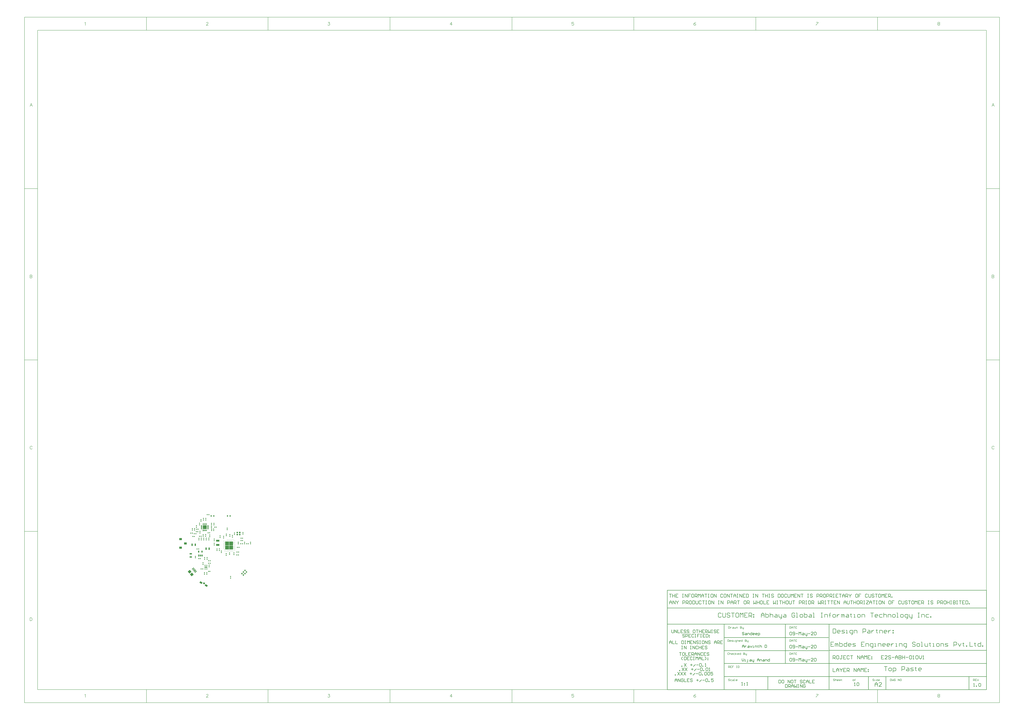
<source format=gtp>
G04 Layer_Color=8421504*
%FSLAX44Y44*%
%MOMM*%
G71*
G01*
G75*
%ADD10C,0.2540*%
%ADD11R,2.3000X2.3000*%
%ADD12R,0.8000X0.8000*%
%ADD13C,0.1270*%
%ADD14C,0.1778*%
%ADD15R,1.6000X1.2000*%
%ADD16R,0.6200X0.6200*%
%ADD17C,0.2750*%
%ADD18R,0.3000X1.0000*%
%ADD19O,0.3000X1.0000*%
%ADD20O,1.0000X0.3000*%
%ADD21R,2.3000X2.3000*%
%ADD22R,0.6200X0.6200*%
%ADD23R,0.5200X0.5200*%
G04:AMPARAMS|DCode=24|XSize=1.5mm|YSize=1mm|CornerRadius=0mm|HoleSize=0mm|Usage=FLASHONLY|Rotation=330.000|XOffset=0mm|YOffset=0mm|HoleType=Round|Shape=Rectangle|*
%AMROTATEDRECTD24*
4,1,4,-0.8995,-0.0580,-0.3995,0.8080,0.8995,0.0580,0.3995,-0.8080,-0.8995,-0.0580,0.0*
%
%ADD24ROTATEDRECTD24*%

G04:AMPARAMS|DCode=25|XSize=1mm|YSize=0.9mm|CornerRadius=0mm|HoleSize=0mm|Usage=FLASHONLY|Rotation=330.000|XOffset=0mm|YOffset=0mm|HoleType=Round|Shape=Rectangle|*
%AMROTATEDRECTD25*
4,1,4,-0.6580,-0.1397,-0.2080,0.6397,0.6580,0.1397,0.2080,-0.6397,-0.6580,-0.1397,0.0*
%
%ADD25ROTATEDRECTD25*%

%ADD26C,0.8000*%
G04:AMPARAMS|DCode=27|XSize=0.4mm|YSize=1.35mm|CornerRadius=0mm|HoleSize=0mm|Usage=FLASHONLY|Rotation=309.000|XOffset=0mm|YOffset=0mm|HoleType=Round|Shape=Rectangle|*
%AMROTATEDRECTD27*
4,1,4,-0.6504,-0.2694,0.3987,0.5802,0.6504,0.2694,-0.3987,-0.5802,-0.6504,-0.2694,0.0*
%
%ADD27ROTATEDRECTD27*%

G04:AMPARAMS|DCode=28|XSize=1.5mm|YSize=1.55mm|CornerRadius=0mm|HoleSize=0mm|Usage=FLASHONLY|Rotation=309.000|XOffset=0mm|YOffset=0mm|HoleType=Round|Shape=Rectangle|*
%AMROTATEDRECTD28*
4,1,4,-1.0743,0.0951,0.1303,1.0706,1.0743,-0.0951,-0.1303,-1.0706,-1.0743,0.0951,0.0*
%
%ADD28ROTATEDRECTD28*%

%ADD29R,0.5200X0.5200*%
%ADD30O,0.6000X1.2000*%
%ADD31R,0.6000X1.2000*%
%ADD32O,0.9500X0.8500*%
%ADD33R,0.9500X0.8500*%
%ADD34R,1.9000X1.1000*%
%ADD35R,0.8000X0.8000*%
%ADD36O,0.2000X0.8000*%
%ADD37R,0.2000X0.8000*%
%ADD38R,1.4500X0.7500*%
%ADD39R,0.7500X1.4500*%
D10*
X3858169Y-691362D02*
X3875097D01*
X3866633D01*
Y-716754D01*
X3887793D02*
X3896257D01*
X3900489Y-712522D01*
Y-704058D01*
X3896257Y-699826D01*
X3887793D01*
X3883561Y-704058D01*
Y-712522D01*
X3887793Y-716754D01*
X3908953Y-725218D02*
Y-699826D01*
X3921649D01*
X3925880Y-704058D01*
Y-712522D01*
X3921649Y-716754D01*
X3908953D01*
X3959736D02*
Y-691362D01*
X3972432D01*
X3976664Y-695594D01*
Y-704058D01*
X3972432Y-708290D01*
X3959736D01*
X3989360Y-699826D02*
X3997824D01*
X4002056Y-704058D01*
Y-716754D01*
X3989360D01*
X3985128Y-712522D01*
X3989360Y-708290D01*
X4002056D01*
X4010520Y-716754D02*
X4023216D01*
X4027448Y-712522D01*
X4023216Y-708290D01*
X4014752D01*
X4010520Y-704058D01*
X4014752Y-699826D01*
X4027448D01*
X4040144Y-695594D02*
Y-699826D01*
X4035912D01*
X4044376D01*
X4040144D01*
Y-712522D01*
X4044376Y-716754D01*
X4069767D02*
X4061303D01*
X4057072Y-712522D01*
Y-704058D01*
X4061303Y-699826D01*
X4069767D01*
X4073999Y-704058D01*
Y-708290D01*
X4057072D01*
X2927858Y-826262D02*
X4451858D01*
X3537458Y-673862D02*
X4450516D01*
X2597658Y-351282D02*
X4450588D01*
X4451858Y-445262D02*
Y-247230D01*
X2597658D02*
X4451858D01*
X2597658Y-445262D02*
Y-247230D01*
Y-826262D02*
X2927858D01*
X2597658D02*
Y-445262D01*
X2927858D01*
X3537458Y-826262D02*
Y-445262D01*
X2927858D02*
X4451858D01*
Y-826262D02*
Y-445262D01*
X2927858Y-826262D02*
Y-445262D01*
X3766058Y-826262D02*
Y-750062D01*
X3537458D02*
X4451858D01*
X3867658Y-826262D02*
Y-750062D01*
X4350258Y-826262D02*
Y-750062D01*
X2927858Y-522732D02*
X3533648D01*
X2927858Y-598932D02*
X3533648D01*
X2927858Y-673862D02*
X3537458D01*
X2927858Y-750062D02*
X3537458D01*
X3283458Y-673862D02*
Y-445262D01*
X3181858Y-826262D02*
Y-750062D01*
X3537458Y-597662D02*
X4451858D01*
X2911258Y-383654D02*
X2907026Y-379422D01*
X2898562D01*
X2894330Y-383654D01*
Y-400582D01*
X2898562Y-404814D01*
X2907026D01*
X2911258Y-400582D01*
X2919722Y-379422D02*
Y-400582D01*
X2923954Y-404814D01*
X2932418D01*
X2936650Y-400582D01*
Y-379422D01*
X2962041Y-383654D02*
X2957809Y-379422D01*
X2949346D01*
X2945114Y-383654D01*
Y-387886D01*
X2949346Y-392118D01*
X2957809D01*
X2962041Y-396350D01*
Y-400582D01*
X2957809Y-404814D01*
X2949346D01*
X2945114Y-400582D01*
X2970505Y-379422D02*
X2987433D01*
X2978969D01*
Y-404814D01*
X3008593Y-379422D02*
X3000129D01*
X2995897Y-383654D01*
Y-400582D01*
X3000129Y-404814D01*
X3008593D01*
X3012825Y-400582D01*
Y-383654D01*
X3008593Y-379422D01*
X3021289Y-404814D02*
Y-379422D01*
X3029753Y-387886D01*
X3038217Y-379422D01*
Y-404814D01*
X3063609Y-379422D02*
X3046681D01*
Y-404814D01*
X3063609D01*
X3046681Y-392118D02*
X3055145D01*
X3072072Y-404814D02*
Y-379422D01*
X3084768D01*
X3089001Y-383654D01*
Y-392118D01*
X3084768Y-396350D01*
X3072072D01*
X3080536D02*
X3089001Y-404814D01*
X3097464Y-387886D02*
X3101696D01*
Y-392118D01*
X3097464D01*
Y-387886D01*
Y-400582D02*
X3101696D01*
Y-404814D01*
X3097464D01*
Y-400582D01*
X3144016Y-404814D02*
Y-387886D01*
X3152480Y-379422D01*
X3160944Y-387886D01*
Y-404814D01*
Y-392118D01*
X3144016D01*
X3169408Y-379422D02*
Y-404814D01*
X3182104D01*
X3186335Y-400582D01*
Y-396350D01*
Y-392118D01*
X3182104Y-387886D01*
X3169408D01*
X3194799Y-379422D02*
Y-404814D01*
Y-392118D01*
X3199031Y-387886D01*
X3207495D01*
X3211727Y-392118D01*
Y-404814D01*
X3224423Y-387886D02*
X3232887D01*
X3237119Y-392118D01*
Y-404814D01*
X3224423D01*
X3220191Y-400582D01*
X3224423Y-396350D01*
X3237119D01*
X3245583Y-387886D02*
Y-400582D01*
X3249815Y-404814D01*
X3262511D01*
Y-409046D01*
X3258279Y-413278D01*
X3254047D01*
X3262511Y-404814D02*
Y-387886D01*
X3275207D02*
X3283671D01*
X3287903Y-392118D01*
Y-404814D01*
X3275207D01*
X3270975Y-400582D01*
X3275207Y-396350D01*
X3287903D01*
X3338687Y-383654D02*
X3334454Y-379422D01*
X3325991D01*
X3321759Y-383654D01*
Y-400582D01*
X3325991Y-404814D01*
X3334454D01*
X3338687Y-400582D01*
Y-392118D01*
X3330222D01*
X3347150Y-404814D02*
X3355614D01*
X3351382D01*
Y-379422D01*
X3347150D01*
X3372542Y-404814D02*
X3381006D01*
X3385238Y-400582D01*
Y-392118D01*
X3381006Y-387886D01*
X3372542D01*
X3368310Y-392118D01*
Y-400582D01*
X3372542Y-404814D01*
X3393702Y-379422D02*
Y-404814D01*
X3406398D01*
X3410630Y-400582D01*
Y-396350D01*
Y-392118D01*
X3406398Y-387886D01*
X3393702D01*
X3423326D02*
X3431790D01*
X3436022Y-392118D01*
Y-404814D01*
X3423326D01*
X3419094Y-400582D01*
X3423326Y-396350D01*
X3436022D01*
X3444485Y-404814D02*
X3452950D01*
X3448718D01*
Y-379422D01*
X3444485D01*
X3491037D02*
X3499501D01*
X3495269D01*
Y-404814D01*
X3491037D01*
X3499501D01*
X3512197D02*
Y-387886D01*
X3524893D01*
X3529125Y-392118D01*
Y-404814D01*
X3541821D02*
Y-383654D01*
Y-392118D01*
X3537589D01*
X3546053D01*
X3541821D01*
Y-383654D01*
X3546053Y-379422D01*
X3562981Y-404814D02*
X3571444D01*
X3575677Y-400582D01*
Y-392118D01*
X3571444Y-387886D01*
X3562981D01*
X3558748Y-392118D01*
Y-400582D01*
X3562981Y-404814D01*
X3584140Y-387886D02*
Y-404814D01*
Y-396350D01*
X3588372Y-392118D01*
X3592604Y-387886D01*
X3596836D01*
X3609532Y-404814D02*
Y-387886D01*
X3613764D01*
X3617996Y-392118D01*
Y-404814D01*
Y-392118D01*
X3622228Y-387886D01*
X3626460Y-392118D01*
Y-404814D01*
X3639156Y-387886D02*
X3647620D01*
X3651852Y-392118D01*
Y-404814D01*
X3639156D01*
X3634924Y-400582D01*
X3639156Y-396350D01*
X3651852D01*
X3664548Y-383654D02*
Y-387886D01*
X3660316D01*
X3668780D01*
X3664548D01*
Y-400582D01*
X3668780Y-404814D01*
X3681476D02*
X3689940D01*
X3685708D01*
Y-387886D01*
X3681476D01*
X3706867Y-404814D02*
X3715331D01*
X3719563Y-400582D01*
Y-392118D01*
X3715331Y-387886D01*
X3706867D01*
X3702635Y-392118D01*
Y-400582D01*
X3706867Y-404814D01*
X3728027D02*
Y-387886D01*
X3740723D01*
X3744955Y-392118D01*
Y-404814D01*
X3778811Y-379422D02*
X3795739D01*
X3787275D01*
Y-404814D01*
X3816898D02*
X3808434D01*
X3804203Y-400582D01*
Y-392118D01*
X3808434Y-387886D01*
X3816898D01*
X3821130Y-392118D01*
Y-396350D01*
X3804203D01*
X3846522Y-387886D02*
X3833826D01*
X3829594Y-392118D01*
Y-400582D01*
X3833826Y-404814D01*
X3846522D01*
X3854986Y-379422D02*
Y-404814D01*
Y-392118D01*
X3859218Y-387886D01*
X3867682D01*
X3871914Y-392118D01*
Y-404814D01*
X3880378D02*
Y-387886D01*
X3893074D01*
X3897306Y-392118D01*
Y-404814D01*
X3910002D02*
X3918466D01*
X3922698Y-400582D01*
Y-392118D01*
X3918466Y-387886D01*
X3910002D01*
X3905770Y-392118D01*
Y-400582D01*
X3910002Y-404814D01*
X3931161D02*
X3939626D01*
X3935394D01*
Y-379422D01*
X3931161D01*
X3956553Y-404814D02*
X3965017D01*
X3969249Y-400582D01*
Y-392118D01*
X3965017Y-387886D01*
X3956553D01*
X3952321Y-392118D01*
Y-400582D01*
X3956553Y-404814D01*
X3986177Y-413278D02*
X3990409D01*
X3994641Y-409046D01*
Y-387886D01*
X3981945D01*
X3977713Y-392118D01*
Y-400582D01*
X3981945Y-404814D01*
X3994641D01*
X4003105Y-387886D02*
Y-400582D01*
X4007337Y-404814D01*
X4020033D01*
Y-409046D01*
X4015801Y-413278D01*
X4011569D01*
X4020033Y-404814D02*
Y-387886D01*
X4053889Y-379422D02*
X4062353D01*
X4058121D01*
Y-404814D01*
X4053889D01*
X4062353D01*
X4075049D02*
Y-387886D01*
X4087744D01*
X4091976Y-392118D01*
Y-404814D01*
X4117368Y-387886D02*
X4104672D01*
X4100440Y-392118D01*
Y-400582D01*
X4104672Y-404814D01*
X4117368D01*
X4125832D02*
Y-400582D01*
X4130064D01*
Y-404814D01*
X4125832D01*
X3031998Y-645673D02*
Y-655830D01*
X3037076Y-660908D01*
X3042155Y-655830D01*
Y-645673D01*
X3047233Y-660908D02*
X3052311D01*
X3049772D01*
Y-650751D01*
X3047233D01*
X3059929Y-665986D02*
X3062468D01*
X3065007Y-663447D01*
Y-650751D01*
X3077703D02*
X3082782D01*
X3085321Y-653290D01*
Y-660908D01*
X3077703D01*
X3075164Y-658369D01*
X3077703Y-655830D01*
X3085321D01*
X3090399Y-650751D02*
Y-658369D01*
X3092938Y-660908D01*
X3100556D01*
Y-663447D01*
X3098017Y-665986D01*
X3095478D01*
X3100556Y-660908D02*
Y-650751D01*
X3120869Y-660908D02*
Y-650751D01*
X3125948Y-645673D01*
X3131026Y-650751D01*
Y-660908D01*
Y-653290D01*
X3120869D01*
X3136104Y-660908D02*
Y-650751D01*
X3143722D01*
X3146261Y-653290D01*
Y-660908D01*
X3153878Y-650751D02*
X3158957D01*
X3161496Y-653290D01*
Y-660908D01*
X3153878D01*
X3151339Y-658369D01*
X3153878Y-655830D01*
X3161496D01*
X3166574Y-660908D02*
Y-650751D01*
X3174192D01*
X3176731Y-653290D01*
Y-660908D01*
X3191966Y-645673D02*
Y-660908D01*
X3184349D01*
X3181809Y-658369D01*
Y-653290D01*
X3184349Y-650751D01*
X3191966D01*
X3033268Y-581406D02*
Y-571249D01*
X3038346Y-566171D01*
X3043425Y-571249D01*
Y-581406D01*
Y-573788D01*
X3033268D01*
X3048503Y-571249D02*
Y-581406D01*
Y-576328D01*
X3051042Y-573788D01*
X3053582Y-571249D01*
X3056121D01*
X3066277D02*
X3071356D01*
X3073895Y-573788D01*
Y-581406D01*
X3066277D01*
X3063738Y-578867D01*
X3066277Y-576328D01*
X3073895D01*
X3078973Y-571249D02*
X3084052Y-581406D01*
X3089130Y-571249D01*
X3094208Y-581406D02*
X3099286D01*
X3096747D01*
Y-571249D01*
X3094208D01*
X3106904Y-581406D02*
Y-571249D01*
X3114522D01*
X3117061Y-573788D01*
Y-581406D01*
X3124678Y-568710D02*
Y-571249D01*
X3122139D01*
X3127218D01*
X3124678D01*
Y-578867D01*
X3127218Y-581406D01*
X3134835Y-566171D02*
Y-581406D01*
Y-573788D01*
X3137374Y-571249D01*
X3142453D01*
X3144992Y-573788D01*
Y-581406D01*
X3165305Y-566171D02*
Y-581406D01*
X3172923D01*
X3175462Y-578867D01*
Y-568710D01*
X3172923Y-566171D01*
X3165305D01*
X3043425Y-494796D02*
X3040886Y-492257D01*
X3035807D01*
X3033268Y-494796D01*
Y-497335D01*
X3035807Y-499874D01*
X3040886D01*
X3043425Y-502414D01*
Y-504953D01*
X3040886Y-507492D01*
X3035807D01*
X3033268Y-504953D01*
X3051042Y-497335D02*
X3056121D01*
X3058660Y-499874D01*
Y-507492D01*
X3051042D01*
X3048503Y-504953D01*
X3051042Y-502414D01*
X3058660D01*
X3063738Y-507492D02*
Y-497335D01*
X3071356D01*
X3073895Y-499874D01*
Y-507492D01*
X3089130Y-492257D02*
Y-507492D01*
X3081512D01*
X3078973Y-504953D01*
Y-499874D01*
X3081512Y-497335D01*
X3089130D01*
X3101826Y-507492D02*
X3096747D01*
X3094208Y-504953D01*
Y-499874D01*
X3096747Y-497335D01*
X3101826D01*
X3104365Y-499874D01*
Y-502414D01*
X3094208D01*
X3117061Y-507492D02*
X3111982D01*
X3109443Y-504953D01*
Y-499874D01*
X3111982Y-497335D01*
X3117061D01*
X3119600Y-499874D01*
Y-502414D01*
X3109443D01*
X3124678Y-512570D02*
Y-497335D01*
X3132296D01*
X3134835Y-499874D01*
Y-504953D01*
X3132296Y-507492D01*
X3124678D01*
X3560318Y-647754D02*
Y-627441D01*
X3570475D01*
X3573860Y-630826D01*
Y-637597D01*
X3570475Y-640983D01*
X3560318D01*
X3567089D02*
X3573860Y-647754D01*
X3590788Y-627441D02*
X3584017D01*
X3580631Y-630826D01*
Y-644368D01*
X3584017Y-647754D01*
X3590788D01*
X3594174Y-644368D01*
Y-630826D01*
X3590788Y-627441D01*
X3614487D02*
X3607716D01*
X3611102D01*
Y-644368D01*
X3607716Y-647754D01*
X3604330D01*
X3600945Y-644368D01*
X3634801Y-627441D02*
X3621258D01*
Y-647754D01*
X3634801D01*
X3621258Y-637597D02*
X3628029D01*
X3655114Y-630826D02*
X3651729Y-627441D01*
X3644957D01*
X3641572Y-630826D01*
Y-644368D01*
X3644957Y-647754D01*
X3651729D01*
X3655114Y-644368D01*
X3661885Y-627441D02*
X3675428D01*
X3668656D01*
Y-647754D01*
X3702512D02*
Y-627441D01*
X3716054Y-647754D01*
Y-627441D01*
X3722825Y-647754D02*
Y-634212D01*
X3729597Y-627441D01*
X3736368Y-634212D01*
Y-647754D01*
Y-637597D01*
X3722825D01*
X3743139Y-647754D02*
Y-627441D01*
X3749910Y-634212D01*
X3756681Y-627441D01*
Y-647754D01*
X3776995Y-627441D02*
X3763452D01*
Y-647754D01*
X3776995D01*
X3763452Y-637597D02*
X3770223D01*
X3783766Y-634212D02*
X3787151D01*
Y-637597D01*
X3783766D01*
Y-634212D01*
Y-644368D02*
X3787151D01*
Y-647754D01*
X3783766D01*
Y-644368D01*
X3854863Y-627441D02*
X3841320D01*
Y-647754D01*
X3854863D01*
X3841320Y-637597D02*
X3848091D01*
X3875176Y-647754D02*
X3861634D01*
X3875176Y-634212D01*
Y-630826D01*
X3871790Y-627441D01*
X3865019D01*
X3861634Y-630826D01*
X3895490D02*
X3892104Y-627441D01*
X3885333D01*
X3881947Y-630826D01*
Y-634212D01*
X3885333Y-637597D01*
X3892104D01*
X3895490Y-640983D01*
Y-644368D01*
X3892104Y-647754D01*
X3885333D01*
X3881947Y-644368D01*
X3902261Y-637597D02*
X3915803D01*
X3922574Y-647754D02*
Y-634212D01*
X3929345Y-627441D01*
X3936116Y-634212D01*
Y-647754D01*
Y-637597D01*
X3922574D01*
X3942887Y-627441D02*
Y-647754D01*
X3953044D01*
X3956430Y-644368D01*
Y-640983D01*
X3953044Y-637597D01*
X3942887D01*
X3953044D01*
X3956430Y-634212D01*
Y-630826D01*
X3953044Y-627441D01*
X3942887D01*
X3963201D02*
Y-647754D01*
Y-637597D01*
X3976743D01*
Y-627441D01*
Y-647754D01*
X3983514Y-637597D02*
X3997057D01*
X4003828Y-630826D02*
X4007213Y-627441D01*
X4013984D01*
X4017370Y-630826D01*
Y-644368D01*
X4013984Y-647754D01*
X4007213D01*
X4003828Y-644368D01*
Y-630826D01*
X4024141Y-647754D02*
X4030912D01*
X4027527D01*
Y-627441D01*
X4024141Y-630826D01*
X4041069D02*
X4044455Y-627441D01*
X4051226D01*
X4054611Y-630826D01*
Y-644368D01*
X4051226Y-647754D01*
X4044455D01*
X4041069Y-644368D01*
Y-630826D01*
X4061382Y-627441D02*
Y-640983D01*
X4068153Y-647754D01*
X4074925Y-640983D01*
Y-627441D01*
X4081696Y-647754D02*
X4088467D01*
X4085081D01*
Y-627441D01*
X4081696Y-630826D01*
X3684270Y-803148D02*
X3690195D01*
X3687232D01*
Y-785374D01*
X3684270Y-788336D01*
X3699082D02*
X3702044Y-785374D01*
X3707969D01*
X3710931Y-788336D01*
Y-800186D01*
X3707969Y-803148D01*
X3702044D01*
X3699082Y-800186D01*
Y-788336D01*
X3564292Y-548648D02*
X3547364D01*
Y-574040D01*
X3564292D01*
X3547364Y-561344D02*
X3555828D01*
X3572756Y-574040D02*
Y-557112D01*
X3576988D01*
X3581220Y-561344D01*
Y-574040D01*
Y-561344D01*
X3585452Y-557112D01*
X3589684Y-561344D01*
Y-574040D01*
X3598148Y-548648D02*
Y-574040D01*
X3610844D01*
X3615075Y-569808D01*
Y-565576D01*
Y-561344D01*
X3610844Y-557112D01*
X3598148D01*
X3640467Y-548648D02*
Y-574040D01*
X3627771D01*
X3623539Y-569808D01*
Y-561344D01*
X3627771Y-557112D01*
X3640467D01*
X3661627Y-574040D02*
X3653163D01*
X3648931Y-569808D01*
Y-561344D01*
X3653163Y-557112D01*
X3661627D01*
X3665859Y-561344D01*
Y-565576D01*
X3648931D01*
X3674323Y-574040D02*
X3687019D01*
X3691251Y-569808D01*
X3687019Y-565576D01*
X3678555D01*
X3674323Y-561344D01*
X3678555Y-557112D01*
X3691251D01*
X3742034Y-548648D02*
X3725107D01*
Y-574040D01*
X3742034D01*
X3725107Y-561344D02*
X3733571D01*
X3750498Y-574040D02*
Y-557112D01*
X3763194D01*
X3767426Y-561344D01*
Y-574040D01*
X3784354Y-582504D02*
X3788586D01*
X3792818Y-578272D01*
Y-557112D01*
X3780122D01*
X3775890Y-561344D01*
Y-569808D01*
X3780122Y-574040D01*
X3792818D01*
X3801282D02*
X3809746D01*
X3805514D01*
Y-557112D01*
X3801282D01*
X3822442Y-574040D02*
Y-557112D01*
X3835138D01*
X3839370Y-561344D01*
Y-574040D01*
X3860529D02*
X3852065D01*
X3847834Y-569808D01*
Y-561344D01*
X3852065Y-557112D01*
X3860529D01*
X3864761Y-561344D01*
Y-565576D01*
X3847834D01*
X3885921Y-574040D02*
X3877457D01*
X3873225Y-569808D01*
Y-561344D01*
X3877457Y-557112D01*
X3885921D01*
X3890153Y-561344D01*
Y-565576D01*
X3873225D01*
X3898617Y-557112D02*
Y-574040D01*
Y-565576D01*
X3902849Y-561344D01*
X3907081Y-557112D01*
X3911313D01*
X3924009Y-574040D02*
X3932473D01*
X3928241D01*
Y-557112D01*
X3924009D01*
X3945169Y-574040D02*
Y-557112D01*
X3957865D01*
X3962097Y-561344D01*
Y-574040D01*
X3979024Y-582504D02*
X3983257D01*
X3987488Y-578272D01*
Y-557112D01*
X3974792D01*
X3970561Y-561344D01*
Y-569808D01*
X3974792Y-574040D01*
X3987488D01*
X4038272Y-552880D02*
X4034040Y-548648D01*
X4025576D01*
X4021344Y-552880D01*
Y-557112D01*
X4025576Y-561344D01*
X4034040D01*
X4038272Y-565576D01*
Y-569808D01*
X4034040Y-574040D01*
X4025576D01*
X4021344Y-569808D01*
X4050968Y-574040D02*
X4059432D01*
X4063664Y-569808D01*
Y-561344D01*
X4059432Y-557112D01*
X4050968D01*
X4046736Y-561344D01*
Y-569808D01*
X4050968Y-574040D01*
X4072128D02*
X4080592D01*
X4076360D01*
Y-548648D01*
X4072128D01*
X4093288Y-557112D02*
Y-569808D01*
X4097520Y-574040D01*
X4110215D01*
Y-557112D01*
X4122911Y-552880D02*
Y-557112D01*
X4118680D01*
X4127143D01*
X4122911D01*
Y-569808D01*
X4127143Y-574040D01*
X4139839D02*
X4148303D01*
X4144071D01*
Y-557112D01*
X4139839D01*
X4165231Y-574040D02*
X4173695D01*
X4177927Y-569808D01*
Y-561344D01*
X4173695Y-557112D01*
X4165231D01*
X4160999Y-561344D01*
Y-569808D01*
X4165231Y-574040D01*
X4186391D02*
Y-557112D01*
X4199087D01*
X4203319Y-561344D01*
Y-574040D01*
X4211783D02*
X4224478D01*
X4228711Y-569808D01*
X4224478Y-565576D01*
X4216015D01*
X4211783Y-561344D01*
X4216015Y-557112D01*
X4228711D01*
X4262566Y-574040D02*
Y-548648D01*
X4275262D01*
X4279494Y-552880D01*
Y-561344D01*
X4275262Y-565576D01*
X4262566D01*
X4287958Y-557112D02*
X4296422Y-574040D01*
X4304886Y-557112D01*
X4317582Y-552880D02*
Y-557112D01*
X4313350D01*
X4321814D01*
X4317582D01*
Y-569808D01*
X4321814Y-574040D01*
X4334510D02*
Y-569808D01*
X4338741D01*
Y-574040D01*
X4334510D01*
X4355670Y-548648D02*
Y-574040D01*
X4372597D01*
X4385293Y-552880D02*
Y-557112D01*
X4381061D01*
X4389525D01*
X4385293D01*
Y-569808D01*
X4389525Y-574040D01*
X4419149Y-548648D02*
Y-574040D01*
X4406453D01*
X4402221Y-569808D01*
Y-561344D01*
X4406453Y-557112D01*
X4419149D01*
X4427613Y-574040D02*
Y-569808D01*
X4431845D01*
Y-574040D01*
X4427613D01*
X2611221Y-327968D02*
Y-315272D01*
X2617569Y-308924D01*
X2623917Y-315272D01*
Y-327968D01*
Y-318446D01*
X2611221D01*
X2630265Y-327968D02*
Y-308924D01*
X2642961Y-327968D01*
Y-308924D01*
X2649308D02*
Y-312098D01*
X2655656Y-318446D01*
X2662004Y-312098D01*
Y-308924D01*
X2655656Y-318446D02*
Y-327968D01*
X2687396D02*
Y-308924D01*
X2696918D01*
X2700092Y-312098D01*
Y-318446D01*
X2696918Y-321620D01*
X2687396D01*
X2706440Y-327968D02*
Y-308924D01*
X2715962D01*
X2719136Y-312098D01*
Y-318446D01*
X2715962Y-321620D01*
X2706440D01*
X2712788D02*
X2719136Y-327968D01*
X2735006Y-308924D02*
X2728658D01*
X2725484Y-312098D01*
Y-324794D01*
X2728658Y-327968D01*
X2735006D01*
X2738180Y-324794D01*
Y-312098D01*
X2735006Y-308924D01*
X2744528D02*
Y-327968D01*
X2754049D01*
X2757224Y-324794D01*
Y-312098D01*
X2754049Y-308924D01*
X2744528D01*
X2763571D02*
Y-324794D01*
X2766745Y-327968D01*
X2773093D01*
X2776267Y-324794D01*
Y-308924D01*
X2795311Y-312098D02*
X2792137Y-308924D01*
X2785789D01*
X2782615Y-312098D01*
Y-324794D01*
X2785789Y-327968D01*
X2792137D01*
X2795311Y-324794D01*
X2801659Y-308924D02*
X2814355D01*
X2808007D01*
Y-327968D01*
X2820703Y-308924D02*
X2827051D01*
X2823877D01*
Y-327968D01*
X2820703D01*
X2827051D01*
X2846095Y-308924D02*
X2839747D01*
X2836573Y-312098D01*
Y-324794D01*
X2839747Y-327968D01*
X2846095D01*
X2849269Y-324794D01*
Y-312098D01*
X2846095Y-308924D01*
X2855617Y-327968D02*
Y-308924D01*
X2868313Y-327968D01*
Y-308924D01*
X2893705D02*
X2900052D01*
X2896878D01*
Y-327968D01*
X2893705D01*
X2900052D01*
X2909574D02*
Y-308924D01*
X2922270Y-327968D01*
Y-308924D01*
X2947662Y-327968D02*
Y-308924D01*
X2957184D01*
X2960358Y-312098D01*
Y-318446D01*
X2957184Y-321620D01*
X2947662D01*
X2966706Y-327968D02*
Y-315272D01*
X2973054Y-308924D01*
X2979402Y-315272D01*
Y-327968D01*
Y-318446D01*
X2966706D01*
X2985750Y-327968D02*
Y-308924D01*
X2995272D01*
X2998446Y-312098D01*
Y-318446D01*
X2995272Y-321620D01*
X2985750D01*
X2992098D02*
X2998446Y-327968D01*
X3004794Y-308924D02*
X3017490D01*
X3011141D01*
Y-327968D01*
X3052403Y-308924D02*
X3046055D01*
X3042881Y-312098D01*
Y-324794D01*
X3046055Y-327968D01*
X3052403D01*
X3055577Y-324794D01*
Y-312098D01*
X3052403Y-308924D01*
X3061925Y-327968D02*
Y-308924D01*
X3071447D01*
X3074621Y-312098D01*
Y-318446D01*
X3071447Y-321620D01*
X3061925D01*
X3068273D02*
X3074621Y-327968D01*
X3100013Y-308924D02*
Y-327968D01*
X3106361Y-321620D01*
X3112709Y-327968D01*
Y-308924D01*
X3119057D02*
Y-327968D01*
Y-318446D01*
X3131753D01*
Y-308924D01*
Y-327968D01*
X3147622Y-308924D02*
X3141274D01*
X3138101Y-312098D01*
Y-324794D01*
X3141274Y-327968D01*
X3147622D01*
X3150797Y-324794D01*
Y-312098D01*
X3147622Y-308924D01*
X3157144D02*
Y-327968D01*
X3169840D01*
X3188884Y-308924D02*
X3176188D01*
Y-327968D01*
X3188884D01*
X3176188Y-318446D02*
X3182536D01*
X3214276Y-308924D02*
Y-327968D01*
X3220624Y-321620D01*
X3226972Y-327968D01*
Y-308924D01*
X3233320D02*
X3239668D01*
X3236494D01*
Y-327968D01*
X3233320D01*
X3239668D01*
X3249190Y-308924D02*
X3261886D01*
X3255538D01*
Y-327968D01*
X3268234Y-308924D02*
Y-327968D01*
Y-318446D01*
X3280929D01*
Y-308924D01*
Y-327968D01*
X3296799Y-308924D02*
X3290451D01*
X3287278Y-312098D01*
Y-324794D01*
X3290451Y-327968D01*
X3296799D01*
X3299973Y-324794D01*
Y-312098D01*
X3296799Y-308924D01*
X3306321D02*
Y-324794D01*
X3309495Y-327968D01*
X3315843D01*
X3319017Y-324794D01*
Y-308924D01*
X3325365D02*
X3338061D01*
X3331713D01*
Y-327968D01*
X3363453D02*
Y-308924D01*
X3372975D01*
X3376149Y-312098D01*
Y-318446D01*
X3372975Y-321620D01*
X3363453D01*
X3382497Y-327968D02*
Y-308924D01*
X3392019D01*
X3395193Y-312098D01*
Y-318446D01*
X3392019Y-321620D01*
X3382497D01*
X3388845D02*
X3395193Y-327968D01*
X3401541Y-308924D02*
X3407888D01*
X3404714D01*
Y-327968D01*
X3401541D01*
X3407888D01*
X3426932Y-308924D02*
X3420584D01*
X3417410Y-312098D01*
Y-324794D01*
X3420584Y-327968D01*
X3426932D01*
X3430106Y-324794D01*
Y-312098D01*
X3426932Y-308924D01*
X3436454Y-327968D02*
Y-308924D01*
X3445976D01*
X3449150Y-312098D01*
Y-318446D01*
X3445976Y-321620D01*
X3436454D01*
X3442802D02*
X3449150Y-327968D01*
X3474542Y-308924D02*
Y-327968D01*
X3480890Y-321620D01*
X3487238Y-327968D01*
Y-308924D01*
X3493586Y-327968D02*
Y-308924D01*
X3503108D01*
X3506282Y-312098D01*
Y-318446D01*
X3503108Y-321620D01*
X3493586D01*
X3499934D02*
X3506282Y-327968D01*
X3512630Y-308924D02*
X3518978D01*
X3515804D01*
Y-327968D01*
X3512630D01*
X3518978D01*
X3528499Y-308924D02*
X3541195D01*
X3534847D01*
Y-327968D01*
X3547543Y-308924D02*
X3560239D01*
X3553891D01*
Y-327968D01*
X3579283Y-308924D02*
X3566587D01*
Y-327968D01*
X3579283D01*
X3566587Y-318446D02*
X3572935D01*
X3585631Y-327968D02*
Y-308924D01*
X3598327Y-327968D01*
Y-308924D01*
X3623719Y-327968D02*
Y-315272D01*
X3630067Y-308924D01*
X3636415Y-315272D01*
Y-327968D01*
Y-318446D01*
X3623719D01*
X3642762Y-308924D02*
Y-324794D01*
X3645937Y-327968D01*
X3652285D01*
X3655458Y-324794D01*
Y-308924D01*
X3661807D02*
X3674502D01*
X3668154D01*
Y-327968D01*
X3680850Y-308924D02*
Y-327968D01*
Y-318446D01*
X3693546D01*
Y-308924D01*
Y-327968D01*
X3709416Y-308924D02*
X3703068D01*
X3699894Y-312098D01*
Y-324794D01*
X3703068Y-327968D01*
X3709416D01*
X3712590Y-324794D01*
Y-312098D01*
X3709416Y-308924D01*
X3718938Y-327968D02*
Y-308924D01*
X3728460D01*
X3731634Y-312098D01*
Y-318446D01*
X3728460Y-321620D01*
X3718938D01*
X3725286D02*
X3731634Y-327968D01*
X3737982Y-308924D02*
X3744330D01*
X3741156D01*
Y-327968D01*
X3737982D01*
X3744330D01*
X3753852Y-308924D02*
X3766548D01*
Y-312098D01*
X3753852Y-324794D01*
Y-327968D01*
X3766548D01*
X3772896D02*
Y-315272D01*
X3779243Y-308924D01*
X3785591Y-315272D01*
Y-327968D01*
Y-318446D01*
X3772896D01*
X3791939Y-308924D02*
X3804635D01*
X3798287D01*
Y-327968D01*
X3810983Y-308924D02*
X3817331D01*
X3814157D01*
Y-327968D01*
X3810983D01*
X3817331D01*
X3836375Y-308924D02*
X3830027D01*
X3826853Y-312098D01*
Y-324794D01*
X3830027Y-327968D01*
X3836375D01*
X3839549Y-324794D01*
Y-312098D01*
X3836375Y-308924D01*
X3845897Y-327968D02*
Y-308924D01*
X3858593Y-327968D01*
Y-308924D01*
X3893507D02*
X3887159D01*
X3883985Y-312098D01*
Y-324794D01*
X3887159Y-327968D01*
X3893507D01*
X3896681Y-324794D01*
Y-312098D01*
X3893507Y-308924D01*
X3915724D02*
X3903029D01*
Y-318446D01*
X3909377D01*
X3903029D01*
Y-327968D01*
X3953812Y-312098D02*
X3950638Y-308924D01*
X3944290D01*
X3941116Y-312098D01*
Y-324794D01*
X3944290Y-327968D01*
X3950638D01*
X3953812Y-324794D01*
X3960160Y-308924D02*
Y-324794D01*
X3963334Y-327968D01*
X3969682D01*
X3972856Y-324794D01*
Y-308924D01*
X3991900Y-312098D02*
X3988726Y-308924D01*
X3982378D01*
X3979204Y-312098D01*
Y-315272D01*
X3982378Y-318446D01*
X3988726D01*
X3991900Y-321620D01*
Y-324794D01*
X3988726Y-327968D01*
X3982378D01*
X3979204Y-324794D01*
X3998248Y-308924D02*
X4010944D01*
X4004596D01*
Y-327968D01*
X4026814Y-308924D02*
X4020466D01*
X4017292Y-312098D01*
Y-324794D01*
X4020466Y-327968D01*
X4026814D01*
X4029987Y-324794D01*
Y-312098D01*
X4026814Y-308924D01*
X4036335Y-327968D02*
Y-308924D01*
X4042683Y-315272D01*
X4049031Y-308924D01*
Y-327968D01*
X4068075Y-308924D02*
X4055379D01*
Y-327968D01*
X4068075D01*
X4055379Y-318446D02*
X4061727D01*
X4074423Y-327968D02*
Y-308924D01*
X4083945D01*
X4087119Y-312098D01*
Y-318446D01*
X4083945Y-321620D01*
X4074423D01*
X4080771D02*
X4087119Y-327968D01*
X4112511Y-308924D02*
X4118859D01*
X4115685D01*
Y-327968D01*
X4112511D01*
X4118859D01*
X4141077Y-312098D02*
X4137903Y-308924D01*
X4131555D01*
X4128381Y-312098D01*
Y-315272D01*
X4131555Y-318446D01*
X4137903D01*
X4141077Y-321620D01*
Y-324794D01*
X4137903Y-327968D01*
X4131555D01*
X4128381Y-324794D01*
X4166469Y-327968D02*
Y-308924D01*
X4175991D01*
X4179164Y-312098D01*
Y-318446D01*
X4175991Y-321620D01*
X4166469D01*
X4185512Y-327968D02*
Y-308924D01*
X4195034D01*
X4198208Y-312098D01*
Y-318446D01*
X4195034Y-321620D01*
X4185512D01*
X4191860D02*
X4198208Y-327968D01*
X4214078Y-308924D02*
X4207730D01*
X4204556Y-312098D01*
Y-324794D01*
X4207730Y-327968D01*
X4214078D01*
X4217252Y-324794D01*
Y-312098D01*
X4214078Y-308924D01*
X4223600D02*
Y-327968D01*
Y-318446D01*
X4236296D01*
Y-308924D01*
Y-327968D01*
X4242644Y-308924D02*
X4248992D01*
X4245818D01*
Y-327968D01*
X4242644D01*
X4248992D01*
X4258514Y-308924D02*
Y-327968D01*
X4268036D01*
X4271210Y-324794D01*
Y-321620D01*
X4268036Y-318446D01*
X4258514D01*
X4268036D01*
X4271210Y-315272D01*
Y-312098D01*
X4268036Y-308924D01*
X4258514D01*
X4277558D02*
X4283906D01*
X4280732D01*
Y-327968D01*
X4277558D01*
X4283906D01*
X4293428Y-308924D02*
X4306123D01*
X4299775D01*
Y-327968D01*
X4325167Y-308924D02*
X4312471D01*
Y-327968D01*
X4325167D01*
X4312471Y-318446D02*
X4318819D01*
X4331515Y-308924D02*
Y-327968D01*
X4341037D01*
X4344211Y-324794D01*
Y-312098D01*
X4341037Y-308924D01*
X4331515D01*
X4350559Y-327968D02*
Y-324794D01*
X4353733D01*
Y-327968D01*
X4350559D01*
X2609154Y-269936D02*
X2621849D01*
X2615502D01*
Y-288980D01*
X2628198Y-269936D02*
Y-288980D01*
Y-279458D01*
X2640893D01*
Y-269936D01*
Y-288980D01*
X2659937Y-269936D02*
X2647242D01*
Y-288980D01*
X2659937D01*
X2647242Y-279458D02*
X2653589D01*
X2685329Y-269936D02*
X2691677D01*
X2688503D01*
Y-288980D01*
X2685329D01*
X2691677D01*
X2701199D02*
Y-269936D01*
X2713895Y-288980D01*
Y-269936D01*
X2732939D02*
X2720243D01*
Y-279458D01*
X2726591D01*
X2720243D01*
Y-288980D01*
X2748809Y-269936D02*
X2742461D01*
X2739286Y-273110D01*
Y-285806D01*
X2742461Y-288980D01*
X2748809D01*
X2751982Y-285806D01*
Y-273110D01*
X2748809Y-269936D01*
X2758330Y-288980D02*
Y-269936D01*
X2767852D01*
X2771026Y-273110D01*
Y-279458D01*
X2767852Y-282632D01*
X2758330D01*
X2764678D02*
X2771026Y-288980D01*
X2777374D02*
Y-269936D01*
X2783722Y-276284D01*
X2790070Y-269936D01*
Y-288980D01*
X2796418D02*
Y-276284D01*
X2802766Y-269936D01*
X2809114Y-276284D01*
Y-288980D01*
Y-279458D01*
X2796418D01*
X2815462Y-269936D02*
X2828158D01*
X2821810D01*
Y-288980D01*
X2834506Y-269936D02*
X2840854D01*
X2837680D01*
Y-288980D01*
X2834506D01*
X2840854D01*
X2859898Y-269936D02*
X2853550D01*
X2850376Y-273110D01*
Y-285806D01*
X2853550Y-288980D01*
X2859898D01*
X2863072Y-285806D01*
Y-273110D01*
X2859898Y-269936D01*
X2869420Y-288980D02*
Y-269936D01*
X2882115Y-288980D01*
Y-269936D01*
X2920203Y-273110D02*
X2917029Y-269936D01*
X2910681D01*
X2907507Y-273110D01*
Y-285806D01*
X2910681Y-288980D01*
X2917029D01*
X2920203Y-285806D01*
X2936073Y-269936D02*
X2929725D01*
X2926551Y-273110D01*
Y-285806D01*
X2929725Y-288980D01*
X2936073D01*
X2939247Y-285806D01*
Y-273110D01*
X2936073Y-269936D01*
X2945595Y-288980D02*
Y-269936D01*
X2958291Y-288980D01*
Y-269936D01*
X2964639D02*
X2977335D01*
X2970987D01*
Y-288980D01*
X2983683D02*
Y-276284D01*
X2990031Y-269936D01*
X2996378Y-276284D01*
Y-288980D01*
Y-279458D01*
X2983683D01*
X3002727Y-269936D02*
X3009075D01*
X3005901D01*
Y-288980D01*
X3002727D01*
X3009075D01*
X3018596D02*
Y-269936D01*
X3031292Y-288980D01*
Y-269936D01*
X3050336D02*
X3037640D01*
Y-288980D01*
X3050336D01*
X3037640Y-279458D02*
X3043988D01*
X3056684Y-269936D02*
Y-288980D01*
X3066206D01*
X3069380Y-285806D01*
Y-273110D01*
X3066206Y-269936D01*
X3056684D01*
X3094772D02*
X3101120D01*
X3097946D01*
Y-288980D01*
X3094772D01*
X3101120D01*
X3110642D02*
Y-269936D01*
X3123338Y-288980D01*
Y-269936D01*
X3148730D02*
X3161425D01*
X3155078D01*
Y-288980D01*
X3167773Y-269936D02*
Y-288980D01*
Y-279458D01*
X3180469D01*
Y-269936D01*
Y-288980D01*
X3186817Y-269936D02*
X3193165D01*
X3189991D01*
Y-288980D01*
X3186817D01*
X3193165D01*
X3215383Y-273110D02*
X3212209Y-269936D01*
X3205861D01*
X3202687Y-273110D01*
Y-276284D01*
X3205861Y-279458D01*
X3212209D01*
X3215383Y-282632D01*
Y-285806D01*
X3212209Y-288980D01*
X3205861D01*
X3202687Y-285806D01*
X3240775Y-269936D02*
Y-288980D01*
X3250297D01*
X3253470Y-285806D01*
Y-273110D01*
X3250297Y-269936D01*
X3240775D01*
X3269341D02*
X3262993D01*
X3259819Y-273110D01*
Y-285806D01*
X3262993Y-288980D01*
X3269341D01*
X3272515Y-285806D01*
Y-273110D01*
X3269341Y-269936D01*
X3291558Y-273110D02*
X3288384Y-269936D01*
X3282036D01*
X3278863Y-273110D01*
Y-285806D01*
X3282036Y-288980D01*
X3288384D01*
X3291558Y-285806D01*
X3297906Y-269936D02*
Y-285806D01*
X3301080Y-288980D01*
X3307428D01*
X3310602Y-285806D01*
Y-269936D01*
X3316950Y-288980D02*
Y-269936D01*
X3323298Y-276284D01*
X3329646Y-269936D01*
Y-288980D01*
X3348690Y-269936D02*
X3335994D01*
Y-288980D01*
X3348690D01*
X3335994Y-279458D02*
X3342342D01*
X3355038Y-288980D02*
Y-269936D01*
X3367734Y-288980D01*
Y-269936D01*
X3374082D02*
X3386778D01*
X3380430D01*
Y-288980D01*
X3412169Y-269936D02*
X3418517D01*
X3415343D01*
Y-288980D01*
X3412169D01*
X3418517D01*
X3440735Y-273110D02*
X3437561Y-269936D01*
X3431213D01*
X3428039Y-273110D01*
Y-276284D01*
X3431213Y-279458D01*
X3437561D01*
X3440735Y-282632D01*
Y-285806D01*
X3437561Y-288980D01*
X3431213D01*
X3428039Y-285806D01*
X3466127Y-288980D02*
Y-269936D01*
X3475649D01*
X3478823Y-273110D01*
Y-279458D01*
X3475649Y-282632D01*
X3466127D01*
X3485171Y-288980D02*
Y-269936D01*
X3494693D01*
X3497867Y-273110D01*
Y-279458D01*
X3494693Y-282632D01*
X3485171D01*
X3491519D02*
X3497867Y-288980D01*
X3513737Y-269936D02*
X3507389D01*
X3504215Y-273110D01*
Y-285806D01*
X3507389Y-288980D01*
X3513737D01*
X3516911Y-285806D01*
Y-273110D01*
X3513737Y-269936D01*
X3523259Y-288980D02*
Y-269936D01*
X3532780D01*
X3535954Y-273110D01*
Y-279458D01*
X3532780Y-282632D01*
X3523259D01*
X3542303Y-288980D02*
Y-269936D01*
X3551824D01*
X3554998Y-273110D01*
Y-279458D01*
X3551824Y-282632D01*
X3542303D01*
X3548651D02*
X3554998Y-288980D01*
X3561346Y-269936D02*
X3567694D01*
X3564520D01*
Y-288980D01*
X3561346D01*
X3567694D01*
X3589912Y-269936D02*
X3577216D01*
Y-288980D01*
X3589912D01*
X3577216Y-279458D02*
X3583564D01*
X3596260Y-269936D02*
X3608956D01*
X3602608D01*
Y-288980D01*
X3615304D02*
Y-276284D01*
X3621652Y-269936D01*
X3628000Y-276284D01*
Y-288980D01*
Y-279458D01*
X3615304D01*
X3634348Y-288980D02*
Y-269936D01*
X3643870D01*
X3647043Y-273110D01*
Y-279458D01*
X3643870Y-282632D01*
X3634348D01*
X3640695D02*
X3647043Y-288980D01*
X3653392Y-269936D02*
Y-273110D01*
X3659739Y-279458D01*
X3666087Y-273110D01*
Y-269936D01*
X3659739Y-279458D02*
Y-288980D01*
X3701001Y-269936D02*
X3694653D01*
X3691479Y-273110D01*
Y-285806D01*
X3694653Y-288980D01*
X3701001D01*
X3704175Y-285806D01*
Y-273110D01*
X3701001Y-269936D01*
X3723219D02*
X3710523D01*
Y-279458D01*
X3716871D01*
X3710523D01*
Y-288980D01*
X3761307Y-273110D02*
X3758133Y-269936D01*
X3751785D01*
X3748611Y-273110D01*
Y-285806D01*
X3751785Y-288980D01*
X3758133D01*
X3761307Y-285806D01*
X3767655Y-269936D02*
Y-285806D01*
X3770829Y-288980D01*
X3777177D01*
X3780351Y-285806D01*
Y-269936D01*
X3799395Y-273110D02*
X3796220Y-269936D01*
X3789872D01*
X3786699Y-273110D01*
Y-276284D01*
X3789872Y-279458D01*
X3796220D01*
X3799395Y-282632D01*
Y-285806D01*
X3796220Y-288980D01*
X3789872D01*
X3786699Y-285806D01*
X3805742Y-269936D02*
X3818438D01*
X3812090D01*
Y-288980D01*
X3834308Y-269936D02*
X3827960D01*
X3824786Y-273110D01*
Y-285806D01*
X3827960Y-288980D01*
X3834308D01*
X3837482Y-285806D01*
Y-273110D01*
X3834308Y-269936D01*
X3843830Y-288980D02*
Y-269936D01*
X3850178Y-276284D01*
X3856526Y-269936D01*
Y-288980D01*
X3875570Y-269936D02*
X3862874D01*
Y-288980D01*
X3875570D01*
X3862874Y-279458D02*
X3869222D01*
X3881918Y-288980D02*
Y-269936D01*
X3891440D01*
X3894614Y-273110D01*
Y-279458D01*
X3891440Y-282632D01*
X3881918D01*
X3888266D02*
X3894614Y-288980D01*
X3900962D02*
Y-285806D01*
X3904136D01*
Y-288980D01*
X3900962D01*
X3560318Y-471868D02*
Y-497260D01*
X3573014D01*
X3577246Y-493028D01*
Y-476100D01*
X3573014Y-471868D01*
X3560318D01*
X3598406Y-497260D02*
X3589942D01*
X3585710Y-493028D01*
Y-484564D01*
X3589942Y-480332D01*
X3598406D01*
X3602638Y-484564D01*
Y-488796D01*
X3585710D01*
X3611102Y-497260D02*
X3623798D01*
X3628029Y-493028D01*
X3623798Y-488796D01*
X3615334D01*
X3611102Y-484564D01*
X3615334Y-480332D01*
X3628029D01*
X3636494Y-497260D02*
X3644957D01*
X3640725D01*
Y-480332D01*
X3636494D01*
X3666117Y-505724D02*
X3670349D01*
X3674581Y-501492D01*
Y-480332D01*
X3661885D01*
X3657653Y-484564D01*
Y-493028D01*
X3661885Y-497260D01*
X3674581D01*
X3683045D02*
Y-480332D01*
X3695741D01*
X3699973Y-484564D01*
Y-497260D01*
X3733829D02*
Y-471868D01*
X3746524D01*
X3750757Y-476100D01*
Y-484564D01*
X3746524Y-488796D01*
X3733829D01*
X3763452Y-480332D02*
X3771916D01*
X3776148Y-484564D01*
Y-497260D01*
X3763452D01*
X3759220Y-493028D01*
X3763452Y-488796D01*
X3776148D01*
X3784612Y-480332D02*
Y-497260D01*
Y-488796D01*
X3788844Y-484564D01*
X3793076Y-480332D01*
X3797308D01*
X3814236Y-476100D02*
Y-480332D01*
X3810004D01*
X3818468D01*
X3814236D01*
Y-493028D01*
X3818468Y-497260D01*
X3831164D02*
Y-480332D01*
X3843860D01*
X3848092Y-484564D01*
Y-497260D01*
X3869251D02*
X3860788D01*
X3856555Y-493028D01*
Y-484564D01*
X3860788Y-480332D01*
X3869251D01*
X3873484Y-484564D01*
Y-488796D01*
X3856555D01*
X3881947Y-480332D02*
Y-497260D01*
Y-488796D01*
X3886180Y-484564D01*
X3890411Y-480332D01*
X3894643D01*
X3907339D02*
X3911571D01*
Y-484564D01*
X3907339D01*
Y-480332D01*
Y-493028D02*
X3911571D01*
Y-497260D01*
X3907339D01*
Y-493028D01*
X3560318Y-701101D02*
Y-721414D01*
X3573860D01*
X3580631D02*
Y-707872D01*
X3587403Y-701101D01*
X3594174Y-707872D01*
Y-721414D01*
Y-711257D01*
X3580631D01*
X3600945Y-701101D02*
Y-704486D01*
X3607716Y-711257D01*
X3614487Y-704486D01*
Y-701101D01*
X3607716Y-711257D02*
Y-721414D01*
X3634801Y-701101D02*
X3621258D01*
Y-721414D01*
X3634801D01*
X3621258Y-711257D02*
X3628029D01*
X3641572Y-721414D02*
Y-701101D01*
X3651729D01*
X3655114Y-704486D01*
Y-711257D01*
X3651729Y-714643D01*
X3641572D01*
X3648343D02*
X3655114Y-721414D01*
X3682198D02*
Y-701101D01*
X3695741Y-721414D01*
Y-701101D01*
X3702512Y-721414D02*
Y-707872D01*
X3709283Y-701101D01*
X3716054Y-707872D01*
Y-721414D01*
Y-711257D01*
X3702512D01*
X3722825Y-721414D02*
Y-701101D01*
X3729597Y-707872D01*
X3736368Y-701101D01*
Y-721414D01*
X3756681Y-701101D02*
X3743139D01*
Y-721414D01*
X3756681D01*
X3743139Y-711257D02*
X3749910D01*
X3763452Y-707872D02*
X3766838D01*
Y-711257D01*
X3763452D01*
Y-707872D01*
Y-718028D02*
X3766838D01*
Y-721414D01*
X3763452D01*
Y-718028D01*
X3283458Y-795788D02*
Y-813562D01*
X3292345D01*
X3295308Y-810600D01*
Y-798750D01*
X3292345Y-795788D01*
X3283458D01*
X3301232Y-813562D02*
Y-795788D01*
X3310119D01*
X3313082Y-798750D01*
Y-804675D01*
X3310119Y-807637D01*
X3301232D01*
X3307157D02*
X3313082Y-813562D01*
X3319006D02*
Y-801712D01*
X3324931Y-795788D01*
X3330856Y-801712D01*
Y-813562D01*
Y-804675D01*
X3319006D01*
X3336781Y-795788D02*
Y-813562D01*
X3342705Y-807637D01*
X3348630Y-813562D01*
Y-795788D01*
X3354555D02*
X3360480D01*
X3357517D01*
Y-813562D01*
X3354555D01*
X3360480D01*
X3369367D02*
Y-795788D01*
X3381216Y-813562D01*
Y-795788D01*
X3398991Y-798750D02*
X3396028Y-795788D01*
X3390103D01*
X3387141Y-798750D01*
Y-810600D01*
X3390103Y-813562D01*
X3396028D01*
X3398991Y-810600D01*
Y-804675D01*
X3393066D01*
X3245358Y-770388D02*
Y-788162D01*
X3254245D01*
X3257208Y-785200D01*
Y-773350D01*
X3254245Y-770388D01*
X3245358D01*
X3272019D02*
X3266095D01*
X3263132Y-773350D01*
Y-785200D01*
X3266095Y-788162D01*
X3272019D01*
X3274982Y-785200D01*
Y-773350D01*
X3272019Y-770388D01*
X3298681Y-788162D02*
Y-770388D01*
X3310530Y-788162D01*
Y-770388D01*
X3325342D02*
X3319417D01*
X3316455Y-773350D01*
Y-785200D01*
X3319417Y-788162D01*
X3325342D01*
X3328304Y-785200D01*
Y-773350D01*
X3325342Y-770388D01*
X3334229D02*
X3346079D01*
X3340154D01*
Y-788162D01*
X3381627Y-773350D02*
X3378665Y-770388D01*
X3372740D01*
X3369778Y-773350D01*
Y-776312D01*
X3372740Y-779275D01*
X3378665D01*
X3381627Y-782237D01*
Y-785200D01*
X3378665Y-788162D01*
X3372740D01*
X3369778Y-785200D01*
X3399402Y-773350D02*
X3396439Y-770388D01*
X3390515D01*
X3387552Y-773350D01*
Y-785200D01*
X3390515Y-788162D01*
X3396439D01*
X3399402Y-785200D01*
X3405326Y-788162D02*
Y-776312D01*
X3411251Y-770388D01*
X3417176Y-776312D01*
Y-788162D01*
Y-779275D01*
X3405326D01*
X3423101Y-770388D02*
Y-788162D01*
X3434950D01*
X3452724Y-770388D02*
X3440875D01*
Y-788162D01*
X3452724D01*
X3440875Y-779275D02*
X3446800D01*
X3029458Y-800862D02*
X3035383D01*
X3032420D01*
Y-783088D01*
X3029458Y-786050D01*
X3044270Y-789013D02*
X3047232D01*
Y-791975D01*
X3044270D01*
Y-789013D01*
Y-797900D02*
X3047232D01*
Y-800862D01*
X3044270D01*
Y-797900D01*
X3059082Y-800862D02*
X3065006D01*
X3062044D01*
Y-783088D01*
X3059082Y-786050D01*
X3804158Y-807212D02*
Y-791977D01*
X3811776Y-784359D01*
X3819393Y-791977D01*
Y-807212D01*
Y-795786D01*
X3804158D01*
X3842246Y-807212D02*
X3827010D01*
X3842246Y-791977D01*
Y-788168D01*
X3838437Y-784359D01*
X3830819D01*
X3827010Y-788168D01*
X3308858Y-493950D02*
X3311820Y-490988D01*
X3317745D01*
X3320707Y-493950D01*
Y-505800D01*
X3317745Y-508762D01*
X3311820D01*
X3308858Y-505800D01*
Y-493950D01*
X3326632Y-505800D02*
X3329595Y-508762D01*
X3335519D01*
X3338482Y-505800D01*
Y-493950D01*
X3335519Y-490988D01*
X3329595D01*
X3326632Y-493950D01*
Y-496912D01*
X3329595Y-499875D01*
X3338482D01*
X3344406D02*
X3356256D01*
X3362181Y-508762D02*
Y-490988D01*
X3368105Y-496912D01*
X3374030Y-490988D01*
Y-508762D01*
X3382917Y-496912D02*
X3388842D01*
X3391805Y-499875D01*
Y-508762D01*
X3382917D01*
X3379955Y-505800D01*
X3382917Y-502837D01*
X3391805D01*
X3397729Y-496912D02*
Y-505800D01*
X3400692Y-508762D01*
X3409579D01*
Y-511724D01*
X3406617Y-514687D01*
X3403654D01*
X3409579Y-508762D02*
Y-496912D01*
X3415504Y-499875D02*
X3427353D01*
X3445127Y-508762D02*
X3433278D01*
X3445127Y-496912D01*
Y-493950D01*
X3442165Y-490988D01*
X3436240D01*
X3433278Y-493950D01*
X3451052D02*
X3454015Y-490988D01*
X3459939D01*
X3462902Y-493950D01*
Y-505800D01*
X3459939Y-508762D01*
X3454015D01*
X3451052Y-505800D01*
Y-493950D01*
X3308858Y-570150D02*
X3311820Y-567188D01*
X3317745D01*
X3320707Y-570150D01*
Y-582000D01*
X3317745Y-584962D01*
X3311820D01*
X3308858Y-582000D01*
Y-570150D01*
X3326632Y-582000D02*
X3329595Y-584962D01*
X3335519D01*
X3338482Y-582000D01*
Y-570150D01*
X3335519Y-567188D01*
X3329595D01*
X3326632Y-570150D01*
Y-573112D01*
X3329595Y-576075D01*
X3338482D01*
X3344406D02*
X3356256D01*
X3362181Y-584962D02*
Y-567188D01*
X3368105Y-573112D01*
X3374030Y-567188D01*
Y-584962D01*
X3382917Y-573112D02*
X3388842D01*
X3391805Y-576075D01*
Y-584962D01*
X3382917D01*
X3379955Y-582000D01*
X3382917Y-579037D01*
X3391805D01*
X3397729Y-573112D02*
Y-582000D01*
X3400692Y-584962D01*
X3409579D01*
Y-587924D01*
X3406617Y-590887D01*
X3403654D01*
X3409579Y-584962D02*
Y-573112D01*
X3415504Y-576075D02*
X3427353D01*
X3445127Y-584962D02*
X3433278D01*
X3445127Y-573112D01*
Y-570150D01*
X3442165Y-567188D01*
X3436240D01*
X3433278Y-570150D01*
X3451052D02*
X3454015Y-567188D01*
X3459939D01*
X3462902Y-570150D01*
Y-582000D01*
X3459939Y-584962D01*
X3454015D01*
X3451052Y-582000D01*
Y-570150D01*
X3308858Y-646350D02*
X3311820Y-643388D01*
X3317745D01*
X3320707Y-646350D01*
Y-658200D01*
X3317745Y-661162D01*
X3311820D01*
X3308858Y-658200D01*
Y-646350D01*
X3326632Y-658200D02*
X3329595Y-661162D01*
X3335519D01*
X3338482Y-658200D01*
Y-646350D01*
X3335519Y-643388D01*
X3329595D01*
X3326632Y-646350D01*
Y-649313D01*
X3329595Y-652275D01*
X3338482D01*
X3344406D02*
X3356256D01*
X3362181Y-661162D02*
Y-643388D01*
X3368105Y-649313D01*
X3374030Y-643388D01*
Y-661162D01*
X3382917Y-649313D02*
X3388842D01*
X3391805Y-652275D01*
Y-661162D01*
X3382917D01*
X3379955Y-658200D01*
X3382917Y-655237D01*
X3391805D01*
X3397729Y-649313D02*
Y-658200D01*
X3400692Y-661162D01*
X3409579D01*
Y-664124D01*
X3406617Y-667087D01*
X3403654D01*
X3409579Y-661162D02*
Y-649313D01*
X3415504Y-652275D02*
X3427353D01*
X3445127Y-661162D02*
X3433278D01*
X3445127Y-649313D01*
Y-646350D01*
X3442165Y-643388D01*
X3436240D01*
X3433278Y-646350D01*
X3451052D02*
X3454015Y-643388D01*
X3459939D01*
X3462902Y-646350D01*
Y-658200D01*
X3459939Y-661162D01*
X3454015D01*
X3451052Y-658200D01*
Y-646350D01*
X4376928Y-807212D02*
X4382853D01*
X4379890D01*
Y-789438D01*
X4376928Y-792400D01*
X4391740Y-807212D02*
Y-804250D01*
X4394702D01*
Y-807212D01*
X4391740D01*
X4406552Y-792400D02*
X4409514Y-789438D01*
X4415439D01*
X4418401Y-792400D01*
Y-804250D01*
X4415439Y-807212D01*
X4409514D01*
X4406552Y-804250D01*
Y-792400D01*
X2623058Y-478288D02*
Y-493100D01*
X2626021Y-496062D01*
X2631945D01*
X2634908Y-493100D01*
Y-478288D01*
X2640832Y-496062D02*
Y-478288D01*
X2652682Y-496062D01*
Y-478288D01*
X2658607D02*
Y-496062D01*
X2670456D01*
X2688230Y-478288D02*
X2676381D01*
Y-496062D01*
X2688230D01*
X2676381Y-487175D02*
X2682306D01*
X2706005Y-481250D02*
X2703042Y-478288D01*
X2697117D01*
X2694155Y-481250D01*
Y-484212D01*
X2697117Y-487175D01*
X2703042D01*
X2706005Y-490137D01*
Y-493100D01*
X2703042Y-496062D01*
X2697117D01*
X2694155Y-493100D01*
X2723779Y-481250D02*
X2720816Y-478288D01*
X2714892D01*
X2711929Y-481250D01*
Y-484212D01*
X2714892Y-487175D01*
X2720816D01*
X2723779Y-490137D01*
Y-493100D01*
X2720816Y-496062D01*
X2714892D01*
X2711929Y-493100D01*
X2756365Y-478288D02*
X2750440D01*
X2747478Y-481250D01*
Y-493100D01*
X2750440Y-496062D01*
X2756365D01*
X2759327Y-493100D01*
Y-481250D01*
X2756365Y-478288D01*
X2765252D02*
X2777102D01*
X2771177D01*
Y-496062D01*
X2783026Y-478288D02*
Y-496062D01*
Y-487175D01*
X2794876D01*
Y-478288D01*
Y-496062D01*
X2812650Y-478288D02*
X2800800D01*
Y-496062D01*
X2812650D01*
X2800800Y-487175D02*
X2806725D01*
X2818575Y-496062D02*
Y-478288D01*
X2827462D01*
X2830424Y-481250D01*
Y-487175D01*
X2827462Y-490137D01*
X2818575D01*
X2824500D02*
X2830424Y-496062D01*
X2836349Y-478288D02*
Y-496062D01*
X2842274Y-490137D01*
X2848199Y-496062D01*
Y-478288D01*
X2854124D02*
X2860048D01*
X2857086D01*
Y-496062D01*
X2854124D01*
X2860048D01*
X2880785Y-481250D02*
X2877822Y-478288D01*
X2871898D01*
X2868935Y-481250D01*
Y-484212D01*
X2871898Y-487175D01*
X2877822D01*
X2880785Y-490137D01*
Y-493100D01*
X2877822Y-496062D01*
X2871898D01*
X2868935Y-493100D01*
X2898559Y-478288D02*
X2886710D01*
Y-496062D01*
X2898559D01*
X2886710Y-487175D02*
X2892634D01*
X2698408Y-506650D02*
X2695445Y-503688D01*
X2689520D01*
X2686558Y-506650D01*
Y-509613D01*
X2689520Y-512575D01*
X2695445D01*
X2698408Y-515537D01*
Y-518500D01*
X2695445Y-521462D01*
X2689520D01*
X2686558Y-518500D01*
X2704332Y-521462D02*
Y-503688D01*
X2713219D01*
X2716182Y-506650D01*
Y-512575D01*
X2713219Y-515537D01*
X2704332D01*
X2733956Y-503688D02*
X2722107D01*
Y-521462D01*
X2733956D01*
X2722107Y-512575D02*
X2728031D01*
X2751730Y-506650D02*
X2748768Y-503688D01*
X2742843D01*
X2739881Y-506650D01*
Y-518500D01*
X2742843Y-521462D01*
X2748768D01*
X2751730Y-518500D01*
X2757655Y-503688D02*
X2763580D01*
X2760617D01*
Y-521462D01*
X2757655D01*
X2763580D01*
X2784316Y-503688D02*
X2772467D01*
Y-512575D01*
X2778392D01*
X2772467D01*
Y-521462D01*
X2790241Y-503688D02*
X2796166D01*
X2793204D01*
Y-521462D01*
X2790241D01*
X2796166D01*
X2816902Y-503688D02*
X2805053D01*
Y-521462D01*
X2816902D01*
X2805053Y-512575D02*
X2810978D01*
X2822827Y-503688D02*
Y-521462D01*
X2831714D01*
X2834677Y-518500D01*
Y-506650D01*
X2831714Y-503688D01*
X2822827D01*
X2840602Y-509613D02*
X2843564D01*
Y-512575D01*
X2840602D01*
Y-509613D01*
Y-518500D02*
X2843564D01*
Y-521462D01*
X2840602D01*
Y-518500D01*
X2610358Y-559562D02*
Y-547713D01*
X2616283Y-541788D01*
X2622208Y-547713D01*
Y-559562D01*
Y-550675D01*
X2610358D01*
X2628132Y-541788D02*
Y-559562D01*
X2639982D01*
X2645906Y-541788D02*
Y-559562D01*
X2657756D01*
X2681455Y-541788D02*
Y-559562D01*
X2690342D01*
X2693304Y-556600D01*
Y-544750D01*
X2690342Y-541788D01*
X2681455D01*
X2699229D02*
X2705154D01*
X2702192D01*
Y-559562D01*
X2699229D01*
X2705154D01*
X2714041D02*
Y-541788D01*
X2719966Y-547713D01*
X2725891Y-541788D01*
Y-559562D01*
X2743665Y-541788D02*
X2731815D01*
Y-559562D01*
X2743665D01*
X2731815Y-550675D02*
X2737740D01*
X2749590Y-559562D02*
Y-541788D01*
X2761439Y-559562D01*
Y-541788D01*
X2779214Y-544750D02*
X2776251Y-541788D01*
X2770326D01*
X2767364Y-544750D01*
Y-547713D01*
X2770326Y-550675D01*
X2776251D01*
X2779214Y-553637D01*
Y-556600D01*
X2776251Y-559562D01*
X2770326D01*
X2767364Y-556600D01*
X2785138Y-541788D02*
X2791063D01*
X2788101D01*
Y-559562D01*
X2785138D01*
X2791063D01*
X2808837Y-541788D02*
X2802913D01*
X2799950Y-544750D01*
Y-556600D01*
X2802913Y-559562D01*
X2808837D01*
X2811800Y-556600D01*
Y-544750D01*
X2808837Y-541788D01*
X2817724Y-559562D02*
Y-541788D01*
X2829574Y-559562D01*
Y-541788D01*
X2847348Y-544750D02*
X2844386Y-541788D01*
X2838461D01*
X2835499Y-544750D01*
Y-547713D01*
X2838461Y-550675D01*
X2844386D01*
X2847348Y-553637D01*
Y-556600D01*
X2844386Y-559562D01*
X2838461D01*
X2835499Y-556600D01*
X2871047Y-559562D02*
Y-547713D01*
X2876972Y-541788D01*
X2882897Y-547713D01*
Y-559562D01*
Y-550675D01*
X2871047D01*
X2888821Y-559562D02*
Y-541788D01*
X2897708D01*
X2900671Y-544750D01*
Y-550675D01*
X2897708Y-553637D01*
X2888821D01*
X2894746D02*
X2900671Y-559562D01*
X2918445Y-541788D02*
X2906596D01*
Y-559562D01*
X2918445D01*
X2906596Y-550675D02*
X2912520D01*
X2680970Y-571760D02*
X2686895D01*
X2683932D01*
Y-589534D01*
X2680970D01*
X2686895D01*
X2695782D02*
Y-571760D01*
X2707632Y-589534D01*
Y-571760D01*
X2731330D02*
X2737255D01*
X2734293D01*
Y-589534D01*
X2731330D01*
X2737255D01*
X2746142D02*
Y-571760D01*
X2757992Y-589534D01*
Y-571760D01*
X2775766Y-574722D02*
X2772804Y-571760D01*
X2766879D01*
X2763917Y-574722D01*
Y-586572D01*
X2766879Y-589534D01*
X2772804D01*
X2775766Y-586572D01*
X2781691Y-571760D02*
Y-589534D01*
Y-580647D01*
X2793540D01*
Y-571760D01*
Y-589534D01*
X2811315Y-571760D02*
X2799465D01*
Y-589534D01*
X2811315D01*
X2799465Y-580647D02*
X2805390D01*
X2829089Y-574722D02*
X2826126Y-571760D01*
X2820202D01*
X2817239Y-574722D01*
Y-577685D01*
X2820202Y-580647D01*
X2826126D01*
X2829089Y-583609D01*
Y-586572D01*
X2826126Y-589534D01*
X2820202D01*
X2817239Y-586572D01*
X2668270Y-609860D02*
X2680120D01*
X2674195D01*
Y-627634D01*
X2694931Y-609860D02*
X2689007D01*
X2686044Y-612822D01*
Y-624672D01*
X2689007Y-627634D01*
X2694931D01*
X2697894Y-624672D01*
Y-612822D01*
X2694931Y-609860D01*
X2703818D02*
Y-627634D01*
X2715668D01*
X2733442Y-609860D02*
X2721593D01*
Y-627634D01*
X2733442D01*
X2721593Y-618747D02*
X2727517D01*
X2739367Y-627634D02*
Y-609860D01*
X2748254D01*
X2751216Y-612822D01*
Y-618747D01*
X2748254Y-621709D01*
X2739367D01*
X2745292D02*
X2751216Y-627634D01*
X2757141D02*
Y-615784D01*
X2763066Y-609860D01*
X2768991Y-615784D01*
Y-627634D01*
Y-618747D01*
X2757141D01*
X2774915Y-627634D02*
Y-609860D01*
X2786765Y-627634D01*
Y-609860D01*
X2804539Y-612822D02*
X2801577Y-609860D01*
X2795652D01*
X2792690Y-612822D01*
Y-624672D01*
X2795652Y-627634D01*
X2801577D01*
X2804539Y-624672D01*
X2822314Y-609860D02*
X2810464D01*
Y-627634D01*
X2822314D01*
X2810464Y-618747D02*
X2816389D01*
X2840088Y-612822D02*
X2837126Y-609860D01*
X2831201D01*
X2828238Y-612822D01*
Y-615784D01*
X2831201Y-618747D01*
X2837126D01*
X2840088Y-621709D01*
Y-624672D01*
X2837126Y-627634D01*
X2831201D01*
X2828238Y-624672D01*
X2686895Y-653034D02*
X2680970Y-647109D01*
Y-641184D01*
X2686895Y-635260D01*
X2695782D02*
Y-653034D01*
X2704669D01*
X2707632Y-650072D01*
Y-638222D01*
X2704669Y-635260D01*
X2695782D01*
X2725406D02*
X2713556D01*
Y-653034D01*
X2725406D01*
X2713556Y-644147D02*
X2719481D01*
X2743180Y-638222D02*
X2740218Y-635260D01*
X2734293D01*
X2731330Y-638222D01*
Y-650072D01*
X2734293Y-653034D01*
X2740218D01*
X2743180Y-650072D01*
X2749105Y-635260D02*
X2755029D01*
X2752067D01*
Y-653034D01*
X2749105D01*
X2755029D01*
X2763917D02*
Y-635260D01*
X2769841Y-641184D01*
X2775766Y-635260D01*
Y-653034D01*
X2781691D02*
Y-641184D01*
X2787616Y-635260D01*
X2793540Y-641184D01*
Y-653034D01*
Y-644147D01*
X2781691D01*
X2799465Y-635260D02*
Y-653034D01*
X2811315D01*
X2817239D02*
X2823164Y-647109D01*
Y-641184D01*
X2817239Y-635260D01*
X2832051Y-641184D02*
X2835014D01*
Y-644147D01*
X2832051D01*
Y-641184D01*
Y-650072D02*
X2835014D01*
Y-653034D01*
X2832051D01*
Y-650072D01*
X2680970Y-691134D02*
Y-688172D01*
X2683932D01*
Y-691134D01*
X2680970D01*
X2695782Y-673360D02*
X2707632Y-691134D01*
Y-673360D02*
X2695782Y-691134D01*
X2731330Y-682247D02*
X2743180D01*
X2737255Y-676322D02*
Y-688172D01*
X2749105Y-691134D02*
X2760954Y-679285D01*
X2766879Y-682247D02*
X2778728D01*
X2784653Y-676322D02*
X2787616Y-673360D01*
X2793540D01*
X2796503Y-676322D01*
Y-688172D01*
X2793540Y-691134D01*
X2787616D01*
X2784653Y-688172D01*
Y-676322D01*
X2802427Y-691134D02*
Y-688172D01*
X2805390D01*
Y-691134D01*
X2802427D01*
X2817239D02*
X2823164D01*
X2820202D01*
Y-673360D01*
X2817239Y-676322D01*
X2668270Y-716534D02*
Y-713572D01*
X2671232D01*
Y-716534D01*
X2668270D01*
X2683082Y-698760D02*
X2694931Y-716534D01*
Y-698760D02*
X2683082Y-716534D01*
X2700856Y-698760D02*
X2712706Y-716534D01*
Y-698760D02*
X2700856Y-716534D01*
X2736405Y-707647D02*
X2748254D01*
X2742329Y-701722D02*
Y-713572D01*
X2754179Y-716534D02*
X2766028Y-704685D01*
X2771953Y-707647D02*
X2783803D01*
X2789727Y-701722D02*
X2792690Y-698760D01*
X2798615D01*
X2801577Y-701722D01*
Y-713572D01*
X2798615Y-716534D01*
X2792690D01*
X2789727Y-713572D01*
Y-701722D01*
X2807502Y-716534D02*
Y-713572D01*
X2810464D01*
Y-716534D01*
X2807502D01*
X2822314Y-701722D02*
X2825276Y-698760D01*
X2831201D01*
X2834163Y-701722D01*
Y-713572D01*
X2831201Y-716534D01*
X2825276D01*
X2822314Y-713572D01*
Y-701722D01*
X2840088Y-716534D02*
X2846013D01*
X2843050D01*
Y-698760D01*
X2840088Y-701722D01*
X2642870Y-741934D02*
Y-738972D01*
X2645833D01*
Y-741934D01*
X2642870D01*
X2657682Y-724160D02*
X2669531Y-741934D01*
Y-724160D02*
X2657682Y-741934D01*
X2675456Y-724160D02*
X2687306Y-741934D01*
Y-724160D02*
X2675456Y-741934D01*
X2693230Y-724160D02*
X2705080Y-741934D01*
Y-724160D02*
X2693230Y-741934D01*
X2728779Y-733047D02*
X2740628D01*
X2734704Y-727122D02*
Y-738972D01*
X2746553Y-741934D02*
X2758403Y-730085D01*
X2764327Y-733047D02*
X2776177D01*
X2782102Y-727122D02*
X2785064Y-724160D01*
X2790989D01*
X2793951Y-727122D01*
Y-738972D01*
X2790989Y-741934D01*
X2785064D01*
X2782102Y-738972D01*
Y-727122D01*
X2799876Y-741934D02*
Y-738972D01*
X2802838D01*
Y-741934D01*
X2799876D01*
X2814688Y-727122D02*
X2817650Y-724160D01*
X2823575D01*
X2826537Y-727122D01*
Y-738972D01*
X2823575Y-741934D01*
X2817650D01*
X2814688Y-738972D01*
Y-727122D01*
X2832462D02*
X2835424Y-724160D01*
X2841349D01*
X2844312Y-727122D01*
Y-738972D01*
X2841349Y-741934D01*
X2835424D01*
X2832462Y-738972D01*
Y-727122D01*
X2862086Y-724160D02*
X2850237D01*
Y-733047D01*
X2856161Y-730085D01*
X2859124D01*
X2862086Y-733047D01*
Y-738972D01*
X2859124Y-741934D01*
X2853199D01*
X2850237Y-738972D01*
X2642870Y-780034D02*
Y-768185D01*
X2648795Y-762260D01*
X2654720Y-768185D01*
Y-780034D01*
Y-771147D01*
X2642870D01*
X2660644Y-780034D02*
Y-762260D01*
X2672494Y-780034D01*
Y-762260D01*
X2690268Y-765222D02*
X2687306Y-762260D01*
X2681381D01*
X2678419Y-765222D01*
Y-777072D01*
X2681381Y-780034D01*
X2687306D01*
X2690268Y-777072D01*
Y-771147D01*
X2684343D01*
X2696193Y-762260D02*
Y-780034D01*
X2708042D01*
X2725817Y-762260D02*
X2713967D01*
Y-780034D01*
X2725817D01*
X2713967Y-771147D02*
X2719892D01*
X2743591Y-765222D02*
X2740628Y-762260D01*
X2734704D01*
X2731741Y-765222D01*
Y-768185D01*
X2734704Y-771147D01*
X2740628D01*
X2743591Y-774109D01*
Y-777072D01*
X2740628Y-780034D01*
X2734704D01*
X2731741Y-777072D01*
X2767290Y-771147D02*
X2779139D01*
X2773215Y-765222D02*
Y-777072D01*
X2785064Y-780034D02*
X2796913Y-768185D01*
X2802838Y-771147D02*
X2814688D01*
X2820612Y-765222D02*
X2823575Y-762260D01*
X2829500D01*
X2832462Y-765222D01*
Y-777072D01*
X2829500Y-780034D01*
X2823575D01*
X2820612Y-777072D01*
Y-765222D01*
X2838387Y-780034D02*
Y-777072D01*
X2841349D01*
Y-780034D01*
X2838387D01*
X2865048Y-762260D02*
X2853199D01*
Y-771147D01*
X2859124Y-768185D01*
X2862086D01*
X2865048Y-771147D01*
Y-777072D01*
X2862086Y-780034D01*
X2856161D01*
X2853199Y-777072D01*
D11*
X64769Y190D02*
D03*
X40770D02*
D03*
X64769Y24190D02*
D03*
X40770D02*
D03*
D12*
X-86292Y-114046D02*
D03*
X-77792Y-114046D02*
D03*
D13*
X3308858Y-826262D02*
X4451858D01*
Y-521462D01*
Y94488D02*
X4528058D01*
X4451858Y1091438D02*
X4528058D01*
X4451858Y2088388D02*
X4528058D01*
X3819398Y-902462D02*
Y-826262D01*
X3112008Y-902462D02*
Y-826262D01*
X2403348Y-902462D02*
Y-826262D01*
X1695958Y-902462D02*
Y-826262D01*
X987298Y-902462D02*
Y-826262D01*
X278638Y-902462D02*
Y-826262D01*
X-427482Y-902462D02*
Y-826262D01*
X-1136142Y94488D02*
X-1059942D01*
X-1136142Y1091438D02*
X-1059942D01*
X-1136142Y2088388D02*
X-1059942D01*
X3819398Y3009138D02*
Y3085338D01*
X3112008Y3009138D02*
Y3085338D01*
X2403348Y3009138D02*
Y3085338D01*
X1695958Y3009138D02*
Y3085338D01*
X987298Y3009138D02*
Y3085338D01*
X278638Y3009138D02*
Y3085338D01*
X-427482Y3009138D02*
Y3085338D01*
X-1059942Y3009138D02*
X4451858D01*
Y-826262D02*
Y3009138D01*
X-1059942Y-826262D02*
X4451858D01*
X-1059942D02*
Y3009138D01*
X-1136142Y3085338D02*
X4528058D01*
Y-902462D02*
Y3085338D01*
X-1136142Y-902462D02*
X4528058D01*
X-1136142D02*
Y3085338D01*
D14*
X3308858Y-611636D02*
Y-623062D01*
X3314571D01*
X3316476Y-621158D01*
Y-613540D01*
X3314571Y-611636D01*
X3308858D01*
X3320284Y-623062D02*
Y-615444D01*
X3324093Y-611636D01*
X3327902Y-615444D01*
Y-623062D01*
Y-617349D01*
X3320284D01*
X3331711Y-611636D02*
X3339328D01*
X3335519D01*
Y-623062D01*
X3350754Y-611636D02*
X3343137D01*
Y-623062D01*
X3350754D01*
X3343137Y-617349D02*
X3346946D01*
X3308858Y-535436D02*
Y-546862D01*
X3314571D01*
X3316476Y-544958D01*
Y-537340D01*
X3314571Y-535436D01*
X3308858D01*
X3320284Y-546862D02*
Y-539244D01*
X3324093Y-535436D01*
X3327902Y-539244D01*
Y-546862D01*
Y-541149D01*
X3320284D01*
X3331711Y-535436D02*
X3339328D01*
X3335519D01*
Y-546862D01*
X3350754Y-535436D02*
X3343137D01*
Y-546862D01*
X3350754D01*
X3343137Y-541149D02*
X3346946D01*
X3308858Y-459236D02*
Y-470662D01*
X3314571D01*
X3316476Y-468758D01*
Y-461140D01*
X3314571Y-459236D01*
X3308858D01*
X3320284Y-470662D02*
Y-463045D01*
X3324093Y-459236D01*
X3327902Y-463045D01*
Y-470662D01*
Y-464949D01*
X3320284D01*
X3331711Y-459236D02*
X3339328D01*
X3335519D01*
Y-470662D01*
X3350754Y-459236D02*
X3343137D01*
Y-470662D01*
X3350754D01*
X3343137Y-464949D02*
X3346946D01*
X2953258Y-459236D02*
Y-470662D01*
X2958971D01*
X2960876Y-468758D01*
Y-461140D01*
X2958971Y-459236D01*
X2953258D01*
X2964684Y-463045D02*
Y-470662D01*
Y-466853D01*
X2966589Y-464949D01*
X2968493Y-463045D01*
X2970398D01*
X2978015D02*
X2981824D01*
X2983728Y-464949D01*
Y-470662D01*
X2978015D01*
X2976111Y-468758D01*
X2978015Y-466853D01*
X2983728D01*
X2987537Y-463045D02*
Y-468758D01*
X2989441Y-470662D01*
X2991346Y-468758D01*
X2993250Y-470662D01*
X2995154Y-468758D01*
Y-463045D01*
X2998963Y-470662D02*
Y-463045D01*
X3004677D01*
X3006581Y-464949D01*
Y-470662D01*
X3021816Y-459236D02*
Y-470662D01*
X3027529D01*
X3029433Y-468758D01*
Y-466853D01*
X3027529Y-464949D01*
X3021816D01*
X3027529D01*
X3029433Y-463045D01*
Y-461140D01*
X3027529Y-459236D01*
X3021816D01*
X3033242Y-463045D02*
Y-468758D01*
X3035146Y-470662D01*
X3040860D01*
Y-472566D01*
X3038955Y-474471D01*
X3037051D01*
X3040860Y-470662D02*
Y-463045D01*
X2948686Y-535436D02*
Y-546862D01*
X2954399D01*
X2956303Y-544958D01*
Y-537340D01*
X2954399Y-535436D01*
X2948686D01*
X2965826Y-546862D02*
X2962017D01*
X2960112Y-544958D01*
Y-541149D01*
X2962017Y-539244D01*
X2965826D01*
X2967730Y-541149D01*
Y-543053D01*
X2960112D01*
X2971539Y-546862D02*
X2977252D01*
X2979156Y-544958D01*
X2977252Y-543053D01*
X2973443D01*
X2971539Y-541149D01*
X2973443Y-539244D01*
X2979156D01*
X2982965Y-546862D02*
X2986774D01*
X2984869D01*
Y-539244D01*
X2982965D01*
X2996296Y-550671D02*
X2998200D01*
X3000104Y-548766D01*
Y-539244D01*
X2994391D01*
X2992487Y-541149D01*
Y-544958D01*
X2994391Y-546862D01*
X3000104D01*
X3003913D02*
Y-539244D01*
X3009626D01*
X3011531Y-541149D01*
Y-546862D01*
X3021053D02*
X3017244D01*
X3015339Y-544958D01*
Y-541149D01*
X3017244Y-539244D01*
X3021053D01*
X3022957Y-541149D01*
Y-543053D01*
X3015339D01*
X3034384Y-535436D02*
Y-546862D01*
X3028670D01*
X3026766Y-544958D01*
Y-541149D01*
X3028670Y-539244D01*
X3034384D01*
X3049619Y-535436D02*
Y-546862D01*
X3055332D01*
X3057236Y-544958D01*
Y-543053D01*
X3055332Y-541149D01*
X3049619D01*
X3055332D01*
X3057236Y-539244D01*
Y-537340D01*
X3055332Y-535436D01*
X3049619D01*
X3061045Y-539244D02*
Y-544958D01*
X3062949Y-546862D01*
X3068662D01*
Y-548766D01*
X3066758Y-550671D01*
X3064854D01*
X3068662Y-546862D02*
Y-539244D01*
X2956303Y-613540D02*
X2954399Y-611636D01*
X2950591D01*
X2948686Y-613540D01*
Y-621158D01*
X2950591Y-623062D01*
X2954399D01*
X2956303Y-621158D01*
X2960112Y-611636D02*
Y-623062D01*
Y-617349D01*
X2962017Y-615444D01*
X2965826D01*
X2967730Y-617349D01*
Y-623062D01*
X2977252D02*
X2973443D01*
X2971539Y-621158D01*
Y-617349D01*
X2973443Y-615444D01*
X2977252D01*
X2979156Y-617349D01*
Y-619253D01*
X2971539D01*
X2990583Y-615444D02*
X2984869D01*
X2982965Y-617349D01*
Y-621158D01*
X2984869Y-623062D01*
X2990583D01*
X2994391D02*
Y-611636D01*
Y-619253D02*
X3000104Y-615444D01*
X2994391Y-619253D02*
X3000104Y-623062D01*
X3011531D02*
X3007722D01*
X3005818Y-621158D01*
Y-617349D01*
X3007722Y-615444D01*
X3011531D01*
X3013435Y-617349D01*
Y-619253D01*
X3005818D01*
X3024861Y-611636D02*
Y-623062D01*
X3019148D01*
X3017244Y-621158D01*
Y-617349D01*
X3019148Y-615444D01*
X3024861D01*
X3040096Y-611636D02*
Y-623062D01*
X3045810D01*
X3047714Y-621158D01*
Y-619253D01*
X3045810Y-617349D01*
X3040096D01*
X3045810D01*
X3047714Y-615444D01*
Y-613540D01*
X3045810Y-611636D01*
X3040096D01*
X3051523Y-615444D02*
Y-621158D01*
X3053427Y-623062D01*
X3059140D01*
Y-624966D01*
X3057236Y-626871D01*
X3055332D01*
X3059140Y-623062D02*
Y-615444D01*
X2953258Y-699262D02*
Y-687836D01*
X2958971D01*
X2960876Y-689740D01*
Y-693549D01*
X2958971Y-695453D01*
X2953258D01*
X2957067D02*
X2960876Y-699262D01*
X2972302Y-687836D02*
X2964684D01*
Y-699262D01*
X2972302D01*
X2964684Y-693549D02*
X2968493D01*
X2983728Y-687836D02*
X2976111D01*
Y-693549D01*
X2979919D01*
X2976111D01*
Y-699262D01*
X2998963Y-687836D02*
X3002772D01*
X3000868D01*
Y-699262D01*
X2998963D01*
X3002772D01*
X3008485Y-687836D02*
Y-699262D01*
X3014198D01*
X3016103Y-697358D01*
Y-689740D01*
X3014198Y-687836D01*
X3008485D01*
X2960876Y-765940D02*
X2958971Y-764036D01*
X2955162D01*
X2953258Y-765940D01*
Y-767844D01*
X2955162Y-769749D01*
X2958971D01*
X2960876Y-771653D01*
Y-773558D01*
X2958971Y-775462D01*
X2955162D01*
X2953258Y-773558D01*
X2972302Y-767844D02*
X2966589D01*
X2964684Y-769749D01*
Y-773558D01*
X2966589Y-775462D01*
X2972302D01*
X2978015Y-767844D02*
X2981824D01*
X2983728Y-769749D01*
Y-775462D01*
X2978015D01*
X2976111Y-773558D01*
X2978015Y-771653D01*
X2983728D01*
X2987537Y-775462D02*
X2991346D01*
X2989441D01*
Y-764036D01*
X2987537D01*
X3002772Y-775462D02*
X2998963D01*
X2997059Y-773558D01*
Y-769749D01*
X2998963Y-767844D01*
X3002772D01*
X3004677Y-769749D01*
Y-771653D01*
X2997059D01*
X4375658Y-775462D02*
Y-764036D01*
X4381371D01*
X4383275Y-765940D01*
Y-769749D01*
X4381371Y-771653D01*
X4375658D01*
X4379467D02*
X4383275Y-775462D01*
X4394702Y-764036D02*
X4387084D01*
Y-775462D01*
X4394702D01*
X4387084Y-769749D02*
X4390893D01*
X4398511Y-764036D02*
Y-771653D01*
X4402319Y-775462D01*
X4406128Y-771653D01*
Y-764036D01*
X3893058D02*
Y-775462D01*
X3898771D01*
X3900675Y-773558D01*
Y-765940D01*
X3898771Y-764036D01*
X3893058D01*
X3904484D02*
Y-775462D01*
X3908293Y-771653D01*
X3912102Y-775462D01*
Y-764036D01*
X3923528Y-765940D02*
X3921624Y-764036D01*
X3917815D01*
X3915911Y-765940D01*
Y-773558D01*
X3917815Y-775462D01*
X3921624D01*
X3923528Y-773558D01*
Y-769749D01*
X3919720D01*
X3938763Y-775462D02*
Y-764036D01*
X3946381Y-775462D01*
Y-764036D01*
X3955903D02*
X3952094D01*
X3950190Y-765940D01*
Y-773558D01*
X3952094Y-775462D01*
X3955903D01*
X3957807Y-773558D01*
Y-765940D01*
X3955903Y-764036D01*
X3799076Y-765940D02*
X3797171Y-764036D01*
X3793362D01*
X3791458Y-765940D01*
Y-767844D01*
X3793362Y-769749D01*
X3797171D01*
X3799076Y-771653D01*
Y-773558D01*
X3797171Y-775462D01*
X3793362D01*
X3791458Y-773558D01*
X3802884Y-775462D02*
X3806693D01*
X3804789D01*
Y-767844D01*
X3802884D01*
X3812406D02*
X3820024D01*
X3812406Y-775462D01*
X3820024D01*
X3829546D02*
X3825737D01*
X3823833Y-773558D01*
Y-769749D01*
X3825737Y-767844D01*
X3829546D01*
X3831450Y-769749D01*
Y-771653D01*
X3823833D01*
X3570475Y-765940D02*
X3568571Y-764036D01*
X3564762D01*
X3562858Y-765940D01*
Y-767844D01*
X3564762Y-769749D01*
X3568571D01*
X3570475Y-771653D01*
Y-773558D01*
X3568571Y-775462D01*
X3564762D01*
X3562858Y-773558D01*
X3574284Y-764036D02*
Y-775462D01*
Y-769749D01*
X3576189Y-767844D01*
X3579998D01*
X3581902Y-769749D01*
Y-775462D01*
X3591424D02*
X3587615D01*
X3585710Y-773558D01*
Y-769749D01*
X3587615Y-767844D01*
X3591424D01*
X3593328Y-769749D01*
Y-771653D01*
X3585710D01*
X3602850Y-775462D02*
X3599041D01*
X3597137Y-773558D01*
Y-769749D01*
X3599041Y-767844D01*
X3602850D01*
X3604755Y-769749D01*
Y-771653D01*
X3597137D01*
X3610468Y-765940D02*
Y-767844D01*
X3608563D01*
X3612372D01*
X3610468D01*
Y-773558D01*
X3612372Y-775462D01*
X3677121D02*
X3680930D01*
X3682834Y-773558D01*
Y-769749D01*
X3680930Y-767844D01*
X3677121D01*
X3675217Y-769749D01*
Y-773558D01*
X3677121Y-775462D01*
X3688547D02*
Y-765940D01*
Y-769749D01*
X3686643D01*
X3690452D01*
X3688547D01*
Y-765940D01*
X3690452Y-764036D01*
X4483608Y-407928D02*
Y-425704D01*
Y-407928D02*
X4489533D01*
X4492073Y-408774D01*
X4493766Y-410467D01*
X4494612Y-412160D01*
X4495459Y-414700D01*
Y-418932D01*
X4494612Y-421472D01*
X4493766Y-423164D01*
X4492073Y-424857D01*
X4489533Y-425704D01*
X4483608D01*
X4496305Y586060D02*
X4495459Y587753D01*
X4493766Y589446D01*
X4492073Y590292D01*
X4488687D01*
X4486994Y589446D01*
X4485301Y587753D01*
X4484455Y586060D01*
X4483608Y583520D01*
Y579288D01*
X4484455Y576748D01*
X4485301Y575056D01*
X4486994Y573363D01*
X4488687Y572516D01*
X4492073D01*
X4493766Y573363D01*
X4495459Y575056D01*
X4496305Y576748D01*
X4483608Y1585972D02*
Y1568196D01*
Y1585972D02*
X4491227D01*
X4493766Y1585126D01*
X4494612Y1584279D01*
X4495459Y1582586D01*
Y1580893D01*
X4494612Y1579200D01*
X4493766Y1578354D01*
X4491227Y1577507D01*
X4483608D02*
X4491227D01*
X4493766Y1576661D01*
X4494612Y1575814D01*
X4495459Y1574121D01*
Y1571582D01*
X4494612Y1569889D01*
X4493766Y1569043D01*
X4491227Y1568196D01*
X4483608D01*
X4497152Y2566416D02*
X4490380Y2584192D01*
X4483608Y2566416D01*
X4486147Y2572341D02*
X4494612D01*
X4169156Y-855900D02*
X4172119Y-852938D01*
X4178043D01*
X4181006Y-855900D01*
Y-858863D01*
X4178043Y-861825D01*
X4181006Y-864787D01*
Y-867750D01*
X4178043Y-870712D01*
X4172119D01*
X4169156Y-867750D01*
Y-864787D01*
X4172119Y-861825D01*
X4169156Y-858863D01*
Y-855900D01*
X4172119Y-861825D02*
X4178043D01*
X3463036Y-852938D02*
X3474886D01*
Y-855900D01*
X3463036Y-867750D01*
Y-870712D01*
X2763686Y-852938D02*
X2757761Y-855900D01*
X2751836Y-861825D01*
Y-867750D01*
X2754798Y-870712D01*
X2760723D01*
X2763686Y-867750D01*
Y-864787D01*
X2760723Y-861825D01*
X2751836D01*
X2054860Y-852938D02*
X2043011D01*
Y-861825D01*
X2048935Y-858863D01*
X2051898D01*
X2054860Y-861825D01*
Y-867750D01*
X2051898Y-870712D01*
X2045973D01*
X2043011Y-867750D01*
X1344508Y-852936D02*
X1336043Y-864787D01*
X1348740D01*
X1344508Y-852936D02*
Y-870712D01*
X627382Y-852936D02*
X636693D01*
X631615Y-859708D01*
X634154D01*
X635847Y-860554D01*
X636693Y-861401D01*
X637540Y-863940D01*
Y-865633D01*
X636693Y-868173D01*
X635001Y-869865D01*
X632461Y-870712D01*
X629922D01*
X627382Y-869865D01*
X626536Y-869019D01*
X625689Y-867326D01*
X-79418Y-857168D02*
Y-856322D01*
X-78571Y-854629D01*
X-77724Y-853782D01*
X-76032Y-852936D01*
X-72646D01*
X-70953Y-853782D01*
X-70106Y-854629D01*
X-69260Y-856322D01*
Y-858015D01*
X-70106Y-859708D01*
X-71799Y-862247D01*
X-80264Y-870712D01*
X-68413D01*
X-786552Y-856322D02*
X-784859Y-855475D01*
X-782320Y-852936D01*
Y-870712D01*
X-1104392Y-407928D02*
Y-425704D01*
Y-407928D02*
X-1098467D01*
X-1095927Y-408774D01*
X-1094234Y-410467D01*
X-1093388Y-412160D01*
X-1092541Y-414700D01*
Y-418932D01*
X-1093388Y-421472D01*
X-1094234Y-423164D01*
X-1095927Y-424857D01*
X-1098467Y-425704D01*
X-1104392D01*
X-1091695Y586060D02*
X-1092541Y587753D01*
X-1094234Y589446D01*
X-1095927Y590292D01*
X-1099313D01*
X-1101006Y589446D01*
X-1102699Y587753D01*
X-1103546Y586060D01*
X-1104392Y583520D01*
Y579288D01*
X-1103546Y576748D01*
X-1102699Y575056D01*
X-1101006Y573363D01*
X-1099313Y572516D01*
X-1095927D01*
X-1094234Y573363D01*
X-1092541Y575056D01*
X-1091695Y576748D01*
X-1104392Y1585972D02*
Y1568196D01*
Y1585972D02*
X-1096774D01*
X-1094234Y1585126D01*
X-1093388Y1584279D01*
X-1092541Y1582586D01*
Y1580893D01*
X-1093388Y1579200D01*
X-1094234Y1578354D01*
X-1096774Y1577507D01*
X-1104392D02*
X-1096774D01*
X-1094234Y1576661D01*
X-1093388Y1575814D01*
X-1092541Y1574121D01*
Y1571582D01*
X-1093388Y1569889D01*
X-1094234Y1569043D01*
X-1096774Y1568196D01*
X-1104392D01*
X-1090848Y2566416D02*
X-1097620Y2584192D01*
X-1104392Y2566416D01*
X-1101852Y2572341D02*
X-1093388D01*
X4169156Y3053160D02*
X4172119Y3056122D01*
X4178043D01*
X4181006Y3053160D01*
Y3050197D01*
X4178043Y3047235D01*
X4181006Y3044273D01*
Y3041310D01*
X4178043Y3038348D01*
X4172119D01*
X4169156Y3041310D01*
Y3044273D01*
X4172119Y3047235D01*
X4169156Y3050197D01*
Y3053160D01*
X4172119Y3047235D02*
X4178043D01*
X3463036Y3056122D02*
X3474886D01*
Y3053160D01*
X3463036Y3041310D01*
Y3038348D01*
X2763686Y3056122D02*
X2757761Y3053160D01*
X2751836Y3047235D01*
Y3041310D01*
X2754798Y3038348D01*
X2760723D01*
X2763686Y3041310D01*
Y3044273D01*
X2760723Y3047235D01*
X2751836D01*
X2054860Y3056122D02*
X2043011D01*
Y3047235D01*
X2048935Y3050197D01*
X2051898D01*
X2054860Y3047235D01*
Y3041310D01*
X2051898Y3038348D01*
X2045973D01*
X2043011Y3041310D01*
X1344508Y3056124D02*
X1336043Y3044273D01*
X1348740D01*
X1344508Y3056124D02*
Y3038348D01*
X627382Y3056124D02*
X636693D01*
X631615Y3049352D01*
X634154D01*
X635847Y3048506D01*
X636693Y3047659D01*
X637540Y3045120D01*
Y3043427D01*
X636693Y3040887D01*
X635001Y3039195D01*
X632461Y3038348D01*
X629922D01*
X627382Y3039195D01*
X626536Y3040041D01*
X625689Y3041734D01*
X-79418Y3051892D02*
Y3052738D01*
X-78571Y3054431D01*
X-77724Y3055278D01*
X-76032Y3056124D01*
X-72646D01*
X-70953Y3055278D01*
X-70106Y3054431D01*
X-69260Y3052738D01*
Y3051045D01*
X-70106Y3049352D01*
X-71799Y3046813D01*
X-80264Y3038348D01*
X-68413D01*
X-786552Y3052738D02*
X-784859Y3053585D01*
X-782320Y3056124D01*
Y3038348D01*
D15*
X-201646Y24384D02*
D03*
X-229646Y-616D02*
D03*
Y49384D02*
D03*
D16*
X-133786Y-8382D02*
D03*
X-124786Y-8382D02*
D03*
X154210Y22170D02*
D03*
X163210D02*
D03*
X-160851Y84623D02*
D03*
X-169852Y84623D02*
D03*
X121778Y54876D02*
D03*
X130778D02*
D03*
X109910Y1016D02*
D03*
X100910D02*
D03*
X-100910Y-123952D02*
D03*
X-109910D02*
D03*
X-114885Y-63515D02*
D03*
X-123885Y-63515D02*
D03*
X-149534Y80518D02*
D03*
X-140534D02*
D03*
X-119054Y66040D02*
D03*
X-110054D02*
D03*
X-129358Y92964D02*
D03*
X-138358D02*
D03*
X-127508Y106934D02*
D03*
X-136508D02*
D03*
X-31424Y118872D02*
D03*
X-22424D02*
D03*
X97638Y-42672D02*
D03*
X106638D02*
D03*
X-66730Y-90678D02*
D03*
X-57730Y-90678D02*
D03*
X-57730Y-76581D02*
D03*
X-66730Y-76581D02*
D03*
X-60524Y85852D02*
D03*
X-69524D02*
D03*
X107156Y-26150D02*
D03*
X98156D02*
D03*
X120252Y22180D02*
D03*
X130252D02*
D03*
X-74350Y191516D02*
D03*
X-65350D02*
D03*
X-158424Y64770D02*
D03*
X-149424D02*
D03*
X121778Y41160D02*
D03*
X130778D02*
D03*
D17*
X75270Y44690D02*
D03*
X40270D02*
D03*
X45270D02*
D03*
X50270D02*
D03*
X55270D02*
D03*
X60270D02*
D03*
X65270D02*
D03*
X70270D02*
D03*
X80270D02*
D03*
X20270Y39690D02*
D03*
X27770D02*
D03*
X32770D02*
D03*
X37770D02*
D03*
X42770D02*
D03*
X47770D02*
D03*
X52770D02*
D03*
X57770D02*
D03*
X62770D02*
D03*
X67770D02*
D03*
X85270D02*
D03*
X80270Y32190D02*
D03*
X20270Y34690D02*
D03*
X25270Y32190D02*
D03*
X85270Y29690D02*
D03*
X25270Y27190D02*
D03*
X80270D02*
D03*
X20270Y24690D02*
D03*
X25270Y22190D02*
D03*
X80270D02*
D03*
X20270Y19690D02*
D03*
X85270D02*
D03*
X25270Y17190D02*
D03*
X20270Y14690D02*
D03*
X85270D02*
D03*
X25270Y12190D02*
D03*
X20270Y9690D02*
D03*
X85270D02*
D03*
X25270Y7190D02*
D03*
X80270D02*
D03*
X20270Y4690D02*
D03*
X85270D02*
D03*
X25270Y2190D02*
D03*
X80270D02*
D03*
X20270Y-310D02*
D03*
X85270D02*
D03*
X80270Y-2810D02*
D03*
X20270Y-5310D02*
D03*
X85270D02*
D03*
X25270Y-7810D02*
D03*
X80270D02*
D03*
X85270Y-10310D02*
D03*
X25270Y-12810D02*
D03*
X32770Y-15310D02*
D03*
X42770D02*
D03*
X47770D02*
D03*
X52770D02*
D03*
X57770D02*
D03*
X62770D02*
D03*
X67770D02*
D03*
X72770D02*
D03*
X85270D02*
D03*
X25270Y-20310D02*
D03*
X30270D02*
D03*
X35270D02*
D03*
X40270D02*
D03*
X45270D02*
D03*
X50270D02*
D03*
X55270D02*
D03*
X60270D02*
D03*
X65270D02*
D03*
X70270D02*
D03*
X75270D02*
D03*
X80270D02*
D03*
D18*
X-98646Y100118D02*
D03*
D19*
X-93646D02*
D03*
X-88646D02*
D03*
X-83646D02*
D03*
X-78646D02*
D03*
Y137118D02*
D03*
X-83646D02*
D03*
X-88646D02*
D03*
X-93646D02*
D03*
X-98646D02*
D03*
D20*
X-70146Y108618D02*
D03*
Y113618D02*
D03*
Y118618D02*
D03*
Y123618D02*
D03*
Y128618D02*
D03*
X-107146D02*
D03*
Y123618D02*
D03*
Y118618D02*
D03*
Y113618D02*
D03*
Y108618D02*
D03*
D21*
X-88646Y118618D02*
D03*
D22*
X0Y68254D02*
D03*
Y59254D02*
D03*
X-117094Y85416D02*
D03*
Y94416D02*
D03*
X-137160Y127436D02*
D03*
Y118436D02*
D03*
X-119126Y141914D02*
D03*
Y132914D02*
D03*
X-35814Y141152D02*
D03*
Y132152D02*
D03*
X56936Y66886D02*
D03*
Y75886D02*
D03*
X36606Y78668D02*
D03*
Y69668D02*
D03*
X20066Y65714D02*
D03*
Y56714D02*
D03*
X71628Y70540D02*
D03*
Y61540D02*
D03*
X132588Y78812D02*
D03*
Y87812D02*
D03*
X84074Y85272D02*
D03*
X84074Y76272D02*
D03*
X-33528Y49512D02*
D03*
Y40512D02*
D03*
X-33782Y24874D02*
D03*
Y15874D02*
D03*
X105958Y31182D02*
D03*
Y22182D02*
D03*
X142270Y31170D02*
D03*
Y22170D02*
D03*
X-18004Y-16620D02*
D03*
Y-7620D02*
D03*
X7914Y-28618D02*
D03*
Y-19618D02*
D03*
X80253Y-39794D02*
D03*
Y-30794D02*
D03*
X55158Y-39540D02*
D03*
Y-30540D02*
D03*
X-99060Y-97464D02*
D03*
Y-88464D02*
D03*
X-63246Y-110926D02*
D03*
Y-101926D02*
D03*
X176998Y31166D02*
D03*
X176998Y22166D02*
D03*
X-122936Y45030D02*
D03*
Y54030D02*
D03*
X-108966Y54284D02*
D03*
Y45284D02*
D03*
X-98552Y75112D02*
D03*
Y66112D02*
D03*
X-94488Y54538D02*
D03*
Y45538D02*
D03*
X-161036Y101926D02*
D03*
Y110926D02*
D03*
X-83820Y75620D02*
D03*
Y66620D02*
D03*
X-148210Y110876D02*
D03*
Y101876D02*
D03*
X-80518Y54538D02*
D03*
Y45538D02*
D03*
X-60452Y73080D02*
D03*
Y64080D02*
D03*
X-65532Y54538D02*
D03*
Y45538D02*
D03*
X-37084Y108132D02*
D03*
Y99132D02*
D03*
X-96774Y169600D02*
D03*
Y160600D02*
D03*
X-82804Y160600D02*
D03*
Y169600D02*
D03*
X-49530Y141152D02*
D03*
Y132152D02*
D03*
X-4034Y-16438D02*
D03*
Y-7438D02*
D03*
X-75184Y-66984D02*
D03*
Y-57984D02*
D03*
X-90932Y-154868D02*
D03*
Y-145868D02*
D03*
X-76962Y-154614D02*
D03*
Y-145614D02*
D03*
X-89408Y-57984D02*
D03*
Y-66984D02*
D03*
X35560Y-44378D02*
D03*
Y-35378D02*
D03*
X41686Y113212D02*
D03*
Y104212D02*
D03*
X-110490Y162488D02*
D03*
Y153488D02*
D03*
X60706Y-176966D02*
D03*
Y-167966D02*
D03*
D23*
X-49276Y107505D02*
D03*
Y99505D02*
D03*
X-49530Y123507D02*
D03*
Y115507D02*
D03*
X-143256Y-59118D02*
D03*
Y-51118D02*
D03*
D24*
X-80368Y-220707D02*
D03*
X-110680Y-203207D02*
D03*
D25*
X-93024Y-207627D02*
D03*
D26*
X126656Y-150712D02*
D03*
X135636Y-141732D02*
D03*
X144616Y-132752D02*
D03*
X135636Y-159692D02*
D03*
X144616Y-150712D02*
D03*
X153596Y-141732D02*
D03*
D27*
X-157456Y-121101D02*
D03*
X-153365Y-126153D02*
D03*
X-149275Y-131204D02*
D03*
X-145184Y-136256D02*
D03*
X-141093Y-141307D02*
D03*
D28*
X-176551Y-140424D02*
D03*
X-163964Y-155967D02*
D03*
D29*
X-67246Y-138430D02*
D03*
X-59246D02*
D03*
D30*
X-114706Y-46368D02*
D03*
X-105206Y-23368D02*
D03*
X-124206D02*
D03*
X-105206Y-46368D02*
D03*
D31*
X-124206D02*
D03*
D32*
X114184Y76038D02*
D03*
X99684Y87538D02*
D03*
Y76038D02*
D03*
D33*
X114184Y87538D02*
D03*
D34*
X-13716Y40494D02*
D03*
Y15494D02*
D03*
D35*
X58554Y184012D02*
D03*
X43554D02*
D03*
X-36648Y184012D02*
D03*
X-51648D02*
D03*
D36*
X-74042Y-103896D02*
D03*
X-78042D02*
D03*
X-82042D02*
D03*
X-86042D02*
D03*
X-90042D02*
D03*
X-74042Y-124196D02*
D03*
X-78042D02*
D03*
X-82042D02*
D03*
X-86042D02*
D03*
D37*
X-90042D02*
D03*
D38*
X-170180Y-36356D02*
D03*
Y-54356D02*
D03*
D39*
X-144162Y16256D02*
D03*
X-162162D02*
D03*
X-81402Y-6273D02*
D03*
X-63402D02*
D03*
M02*

</source>
